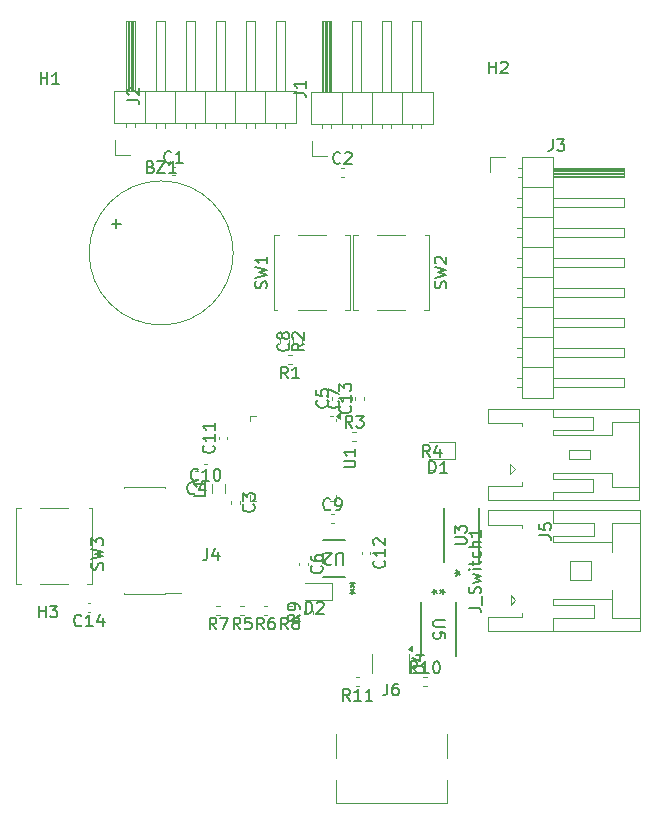
<source format=gbr>
%TF.GenerationSoftware,KiCad,Pcbnew,9.0.0*%
%TF.CreationDate,2025-03-20T21:32:39+01:00*%
%TF.ProjectId,PCB_Module_Payement,5043425f-4d6f-4647-956c-655f50617965,rev?*%
%TF.SameCoordinates,Original*%
%TF.FileFunction,Legend,Top*%
%TF.FilePolarity,Positive*%
%FSLAX46Y46*%
G04 Gerber Fmt 4.6, Leading zero omitted, Abs format (unit mm)*
G04 Created by KiCad (PCBNEW 9.0.0) date 2025-03-20 21:32:39*
%MOMM*%
%LPD*%
G01*
G04 APERTURE LIST*
%ADD10C,0.150000*%
%ADD11C,0.120000*%
%ADD12C,0.152400*%
G04 APERTURE END LIST*
D10*
X180854819Y-110633333D02*
X181569104Y-110633333D01*
X181569104Y-110633333D02*
X181711961Y-110680952D01*
X181711961Y-110680952D02*
X181807200Y-110776190D01*
X181807200Y-110776190D02*
X181854819Y-110919047D01*
X181854819Y-110919047D02*
X181854819Y-111014285D01*
X180854819Y-109680952D02*
X180854819Y-110157142D01*
X180854819Y-110157142D02*
X181331009Y-110204761D01*
X181331009Y-110204761D02*
X181283390Y-110157142D01*
X181283390Y-110157142D02*
X181235771Y-110061904D01*
X181235771Y-110061904D02*
X181235771Y-109823809D01*
X181235771Y-109823809D02*
X181283390Y-109728571D01*
X181283390Y-109728571D02*
X181331009Y-109680952D01*
X181331009Y-109680952D02*
X181426247Y-109633333D01*
X181426247Y-109633333D02*
X181664342Y-109633333D01*
X181664342Y-109633333D02*
X181759580Y-109680952D01*
X181759580Y-109680952D02*
X181807200Y-109728571D01*
X181807200Y-109728571D02*
X181854819Y-109823809D01*
X181854819Y-109823809D02*
X181854819Y-110061904D01*
X181854819Y-110061904D02*
X181807200Y-110157142D01*
X181807200Y-110157142D02*
X181759580Y-110204761D01*
X159573333Y-97374819D02*
X159240000Y-96898628D01*
X159001905Y-97374819D02*
X159001905Y-96374819D01*
X159001905Y-96374819D02*
X159382857Y-96374819D01*
X159382857Y-96374819D02*
X159478095Y-96422438D01*
X159478095Y-96422438D02*
X159525714Y-96470057D01*
X159525714Y-96470057D02*
X159573333Y-96565295D01*
X159573333Y-96565295D02*
X159573333Y-96708152D01*
X159573333Y-96708152D02*
X159525714Y-96803390D01*
X159525714Y-96803390D02*
X159478095Y-96851009D01*
X159478095Y-96851009D02*
X159382857Y-96898628D01*
X159382857Y-96898628D02*
X159001905Y-96898628D01*
X160525714Y-97374819D02*
X159954286Y-97374819D01*
X160240000Y-97374819D02*
X160240000Y-96374819D01*
X160240000Y-96374819D02*
X160144762Y-96517676D01*
X160144762Y-96517676D02*
X160049524Y-96612914D01*
X160049524Y-96612914D02*
X159954286Y-96660533D01*
X143897200Y-113553332D02*
X143944819Y-113410475D01*
X143944819Y-113410475D02*
X143944819Y-113172380D01*
X143944819Y-113172380D02*
X143897200Y-113077142D01*
X143897200Y-113077142D02*
X143849580Y-113029523D01*
X143849580Y-113029523D02*
X143754342Y-112981904D01*
X143754342Y-112981904D02*
X143659104Y-112981904D01*
X143659104Y-112981904D02*
X143563866Y-113029523D01*
X143563866Y-113029523D02*
X143516247Y-113077142D01*
X143516247Y-113077142D02*
X143468628Y-113172380D01*
X143468628Y-113172380D02*
X143421009Y-113362856D01*
X143421009Y-113362856D02*
X143373390Y-113458094D01*
X143373390Y-113458094D02*
X143325771Y-113505713D01*
X143325771Y-113505713D02*
X143230533Y-113553332D01*
X143230533Y-113553332D02*
X143135295Y-113553332D01*
X143135295Y-113553332D02*
X143040057Y-113505713D01*
X143040057Y-113505713D02*
X142992438Y-113458094D01*
X142992438Y-113458094D02*
X142944819Y-113362856D01*
X142944819Y-113362856D02*
X142944819Y-113124761D01*
X142944819Y-113124761D02*
X142992438Y-112981904D01*
X142944819Y-112648570D02*
X143944819Y-112410475D01*
X143944819Y-112410475D02*
X143230533Y-112219999D01*
X143230533Y-112219999D02*
X143944819Y-112029523D01*
X143944819Y-112029523D02*
X142944819Y-111791428D01*
X142944819Y-111505713D02*
X142944819Y-110886666D01*
X142944819Y-110886666D02*
X143325771Y-111219999D01*
X143325771Y-111219999D02*
X143325771Y-111077142D01*
X143325771Y-111077142D02*
X143373390Y-110981904D01*
X143373390Y-110981904D02*
X143421009Y-110934285D01*
X143421009Y-110934285D02*
X143516247Y-110886666D01*
X143516247Y-110886666D02*
X143754342Y-110886666D01*
X143754342Y-110886666D02*
X143849580Y-110934285D01*
X143849580Y-110934285D02*
X143897200Y-110981904D01*
X143897200Y-110981904D02*
X143944819Y-111077142D01*
X143944819Y-111077142D02*
X143944819Y-111362856D01*
X143944819Y-111362856D02*
X143897200Y-111458094D01*
X143897200Y-111458094D02*
X143849580Y-111505713D01*
X157533333Y-118624819D02*
X157200000Y-118148628D01*
X156961905Y-118624819D02*
X156961905Y-117624819D01*
X156961905Y-117624819D02*
X157342857Y-117624819D01*
X157342857Y-117624819D02*
X157438095Y-117672438D01*
X157438095Y-117672438D02*
X157485714Y-117720057D01*
X157485714Y-117720057D02*
X157533333Y-117815295D01*
X157533333Y-117815295D02*
X157533333Y-117958152D01*
X157533333Y-117958152D02*
X157485714Y-118053390D01*
X157485714Y-118053390D02*
X157438095Y-118101009D01*
X157438095Y-118101009D02*
X157342857Y-118148628D01*
X157342857Y-118148628D02*
X156961905Y-118148628D01*
X158390476Y-117624819D02*
X158200000Y-117624819D01*
X158200000Y-117624819D02*
X158104762Y-117672438D01*
X158104762Y-117672438D02*
X158057143Y-117720057D01*
X158057143Y-117720057D02*
X157961905Y-117862914D01*
X157961905Y-117862914D02*
X157914286Y-118053390D01*
X157914286Y-118053390D02*
X157914286Y-118434342D01*
X157914286Y-118434342D02*
X157961905Y-118529580D01*
X157961905Y-118529580D02*
X158009524Y-118577200D01*
X158009524Y-118577200D02*
X158104762Y-118624819D01*
X158104762Y-118624819D02*
X158295238Y-118624819D01*
X158295238Y-118624819D02*
X158390476Y-118577200D01*
X158390476Y-118577200D02*
X158438095Y-118529580D01*
X158438095Y-118529580D02*
X158485714Y-118434342D01*
X158485714Y-118434342D02*
X158485714Y-118196247D01*
X158485714Y-118196247D02*
X158438095Y-118101009D01*
X158438095Y-118101009D02*
X158390476Y-118053390D01*
X158390476Y-118053390D02*
X158295238Y-118005771D01*
X158295238Y-118005771D02*
X158104762Y-118005771D01*
X158104762Y-118005771D02*
X158009524Y-118053390D01*
X158009524Y-118053390D02*
X157961905Y-118101009D01*
X157961905Y-118101009D02*
X157914286Y-118196247D01*
X157767200Y-89733332D02*
X157814819Y-89590475D01*
X157814819Y-89590475D02*
X157814819Y-89352380D01*
X157814819Y-89352380D02*
X157767200Y-89257142D01*
X157767200Y-89257142D02*
X157719580Y-89209523D01*
X157719580Y-89209523D02*
X157624342Y-89161904D01*
X157624342Y-89161904D02*
X157529104Y-89161904D01*
X157529104Y-89161904D02*
X157433866Y-89209523D01*
X157433866Y-89209523D02*
X157386247Y-89257142D01*
X157386247Y-89257142D02*
X157338628Y-89352380D01*
X157338628Y-89352380D02*
X157291009Y-89542856D01*
X157291009Y-89542856D02*
X157243390Y-89638094D01*
X157243390Y-89638094D02*
X157195771Y-89685713D01*
X157195771Y-89685713D02*
X157100533Y-89733332D01*
X157100533Y-89733332D02*
X157005295Y-89733332D01*
X157005295Y-89733332D02*
X156910057Y-89685713D01*
X156910057Y-89685713D02*
X156862438Y-89638094D01*
X156862438Y-89638094D02*
X156814819Y-89542856D01*
X156814819Y-89542856D02*
X156814819Y-89304761D01*
X156814819Y-89304761D02*
X156862438Y-89161904D01*
X156814819Y-88828570D02*
X157814819Y-88590475D01*
X157814819Y-88590475D02*
X157100533Y-88399999D01*
X157100533Y-88399999D02*
X157814819Y-88209523D01*
X157814819Y-88209523D02*
X156814819Y-87971428D01*
X157814819Y-87066666D02*
X157814819Y-87638094D01*
X157814819Y-87352380D02*
X156814819Y-87352380D01*
X156814819Y-87352380D02*
X156957676Y-87447618D01*
X156957676Y-87447618D02*
X157052914Y-87542856D01*
X157052914Y-87542856D02*
X157100533Y-87638094D01*
X156669580Y-108046666D02*
X156717200Y-108094285D01*
X156717200Y-108094285D02*
X156764819Y-108237142D01*
X156764819Y-108237142D02*
X156764819Y-108332380D01*
X156764819Y-108332380D02*
X156717200Y-108475237D01*
X156717200Y-108475237D02*
X156621961Y-108570475D01*
X156621961Y-108570475D02*
X156526723Y-108618094D01*
X156526723Y-108618094D02*
X156336247Y-108665713D01*
X156336247Y-108665713D02*
X156193390Y-108665713D01*
X156193390Y-108665713D02*
X156002914Y-108618094D01*
X156002914Y-108618094D02*
X155907676Y-108570475D01*
X155907676Y-108570475D02*
X155812438Y-108475237D01*
X155812438Y-108475237D02*
X155764819Y-108332380D01*
X155764819Y-108332380D02*
X155764819Y-108237142D01*
X155764819Y-108237142D02*
X155812438Y-108094285D01*
X155812438Y-108094285D02*
X155860057Y-108046666D01*
X155764819Y-107713332D02*
X155764819Y-107094285D01*
X155764819Y-107094285D02*
X156145771Y-107427618D01*
X156145771Y-107427618D02*
X156145771Y-107284761D01*
X156145771Y-107284761D02*
X156193390Y-107189523D01*
X156193390Y-107189523D02*
X156241009Y-107141904D01*
X156241009Y-107141904D02*
X156336247Y-107094285D01*
X156336247Y-107094285D02*
X156574342Y-107094285D01*
X156574342Y-107094285D02*
X156669580Y-107141904D01*
X156669580Y-107141904D02*
X156717200Y-107189523D01*
X156717200Y-107189523D02*
X156764819Y-107284761D01*
X156764819Y-107284761D02*
X156764819Y-107570475D01*
X156764819Y-107570475D02*
X156717200Y-107665713D01*
X156717200Y-107665713D02*
X156669580Y-107713332D01*
X161074405Y-117284819D02*
X161074405Y-116284819D01*
X161074405Y-116284819D02*
X161312500Y-116284819D01*
X161312500Y-116284819D02*
X161455357Y-116332438D01*
X161455357Y-116332438D02*
X161550595Y-116427676D01*
X161550595Y-116427676D02*
X161598214Y-116522914D01*
X161598214Y-116522914D02*
X161645833Y-116713390D01*
X161645833Y-116713390D02*
X161645833Y-116856247D01*
X161645833Y-116856247D02*
X161598214Y-117046723D01*
X161598214Y-117046723D02*
X161550595Y-117141961D01*
X161550595Y-117141961D02*
X161455357Y-117237200D01*
X161455357Y-117237200D02*
X161312500Y-117284819D01*
X161312500Y-117284819D02*
X161074405Y-117284819D01*
X162026786Y-116380057D02*
X162074405Y-116332438D01*
X162074405Y-116332438D02*
X162169643Y-116284819D01*
X162169643Y-116284819D02*
X162407738Y-116284819D01*
X162407738Y-116284819D02*
X162502976Y-116332438D01*
X162502976Y-116332438D02*
X162550595Y-116380057D01*
X162550595Y-116380057D02*
X162598214Y-116475295D01*
X162598214Y-116475295D02*
X162598214Y-116570533D01*
X162598214Y-116570533D02*
X162550595Y-116713390D01*
X162550595Y-116713390D02*
X161979167Y-117284819D01*
X161979167Y-117284819D02*
X162598214Y-117284819D01*
X171549405Y-105384819D02*
X171549405Y-104384819D01*
X171549405Y-104384819D02*
X171787500Y-104384819D01*
X171787500Y-104384819D02*
X171930357Y-104432438D01*
X171930357Y-104432438D02*
X172025595Y-104527676D01*
X172025595Y-104527676D02*
X172073214Y-104622914D01*
X172073214Y-104622914D02*
X172120833Y-104813390D01*
X172120833Y-104813390D02*
X172120833Y-104956247D01*
X172120833Y-104956247D02*
X172073214Y-105146723D01*
X172073214Y-105146723D02*
X172025595Y-105241961D01*
X172025595Y-105241961D02*
X171930357Y-105337200D01*
X171930357Y-105337200D02*
X171787500Y-105384819D01*
X171787500Y-105384819D02*
X171549405Y-105384819D01*
X173073214Y-105384819D02*
X172501786Y-105384819D01*
X172787500Y-105384819D02*
X172787500Y-104384819D01*
X172787500Y-104384819D02*
X172692262Y-104527676D01*
X172692262Y-104527676D02*
X172597024Y-104622914D01*
X172597024Y-104622914D02*
X172501786Y-104670533D01*
X162899580Y-99216666D02*
X162947200Y-99264285D01*
X162947200Y-99264285D02*
X162994819Y-99407142D01*
X162994819Y-99407142D02*
X162994819Y-99502380D01*
X162994819Y-99502380D02*
X162947200Y-99645237D01*
X162947200Y-99645237D02*
X162851961Y-99740475D01*
X162851961Y-99740475D02*
X162756723Y-99788094D01*
X162756723Y-99788094D02*
X162566247Y-99835713D01*
X162566247Y-99835713D02*
X162423390Y-99835713D01*
X162423390Y-99835713D02*
X162232914Y-99788094D01*
X162232914Y-99788094D02*
X162137676Y-99740475D01*
X162137676Y-99740475D02*
X162042438Y-99645237D01*
X162042438Y-99645237D02*
X161994819Y-99502380D01*
X161994819Y-99502380D02*
X161994819Y-99407142D01*
X161994819Y-99407142D02*
X162042438Y-99264285D01*
X162042438Y-99264285D02*
X162090057Y-99216666D01*
X161994819Y-98311904D02*
X161994819Y-98788094D01*
X161994819Y-98788094D02*
X162471009Y-98835713D01*
X162471009Y-98835713D02*
X162423390Y-98788094D01*
X162423390Y-98788094D02*
X162375771Y-98692856D01*
X162375771Y-98692856D02*
X162375771Y-98454761D01*
X162375771Y-98454761D02*
X162423390Y-98359523D01*
X162423390Y-98359523D02*
X162471009Y-98311904D01*
X162471009Y-98311904D02*
X162566247Y-98264285D01*
X162566247Y-98264285D02*
X162804342Y-98264285D01*
X162804342Y-98264285D02*
X162899580Y-98311904D01*
X162899580Y-98311904D02*
X162947200Y-98359523D01*
X162947200Y-98359523D02*
X162994819Y-98454761D01*
X162994819Y-98454761D02*
X162994819Y-98692856D01*
X162994819Y-98692856D02*
X162947200Y-98788094D01*
X162947200Y-98788094D02*
X162899580Y-98835713D01*
X162419580Y-113236666D02*
X162467200Y-113284285D01*
X162467200Y-113284285D02*
X162514819Y-113427142D01*
X162514819Y-113427142D02*
X162514819Y-113522380D01*
X162514819Y-113522380D02*
X162467200Y-113665237D01*
X162467200Y-113665237D02*
X162371961Y-113760475D01*
X162371961Y-113760475D02*
X162276723Y-113808094D01*
X162276723Y-113808094D02*
X162086247Y-113855713D01*
X162086247Y-113855713D02*
X161943390Y-113855713D01*
X161943390Y-113855713D02*
X161752914Y-113808094D01*
X161752914Y-113808094D02*
X161657676Y-113760475D01*
X161657676Y-113760475D02*
X161562438Y-113665237D01*
X161562438Y-113665237D02*
X161514819Y-113522380D01*
X161514819Y-113522380D02*
X161514819Y-113427142D01*
X161514819Y-113427142D02*
X161562438Y-113284285D01*
X161562438Y-113284285D02*
X161610057Y-113236666D01*
X161514819Y-112379523D02*
X161514819Y-112569999D01*
X161514819Y-112569999D02*
X161562438Y-112665237D01*
X161562438Y-112665237D02*
X161610057Y-112712856D01*
X161610057Y-112712856D02*
X161752914Y-112808094D01*
X161752914Y-112808094D02*
X161943390Y-112855713D01*
X161943390Y-112855713D02*
X162324342Y-112855713D01*
X162324342Y-112855713D02*
X162419580Y-112808094D01*
X162419580Y-112808094D02*
X162467200Y-112760475D01*
X162467200Y-112760475D02*
X162514819Y-112665237D01*
X162514819Y-112665237D02*
X162514819Y-112474761D01*
X162514819Y-112474761D02*
X162467200Y-112379523D01*
X162467200Y-112379523D02*
X162419580Y-112331904D01*
X162419580Y-112331904D02*
X162324342Y-112284285D01*
X162324342Y-112284285D02*
X162086247Y-112284285D01*
X162086247Y-112284285D02*
X161991009Y-112331904D01*
X161991009Y-112331904D02*
X161943390Y-112379523D01*
X161943390Y-112379523D02*
X161895771Y-112474761D01*
X161895771Y-112474761D02*
X161895771Y-112665237D01*
X161895771Y-112665237D02*
X161943390Y-112760475D01*
X161943390Y-112760475D02*
X161991009Y-112808094D01*
X161991009Y-112808094D02*
X162086247Y-112855713D01*
X149713333Y-79024580D02*
X149665714Y-79072200D01*
X149665714Y-79072200D02*
X149522857Y-79119819D01*
X149522857Y-79119819D02*
X149427619Y-79119819D01*
X149427619Y-79119819D02*
X149284762Y-79072200D01*
X149284762Y-79072200D02*
X149189524Y-78976961D01*
X149189524Y-78976961D02*
X149141905Y-78881723D01*
X149141905Y-78881723D02*
X149094286Y-78691247D01*
X149094286Y-78691247D02*
X149094286Y-78548390D01*
X149094286Y-78548390D02*
X149141905Y-78357914D01*
X149141905Y-78357914D02*
X149189524Y-78262676D01*
X149189524Y-78262676D02*
X149284762Y-78167438D01*
X149284762Y-78167438D02*
X149427619Y-78119819D01*
X149427619Y-78119819D02*
X149522857Y-78119819D01*
X149522857Y-78119819D02*
X149665714Y-78167438D01*
X149665714Y-78167438D02*
X149713333Y-78215057D01*
X150665714Y-79119819D02*
X150094286Y-79119819D01*
X150380000Y-79119819D02*
X150380000Y-78119819D01*
X150380000Y-78119819D02*
X150284762Y-78262676D01*
X150284762Y-78262676D02*
X150189524Y-78357914D01*
X150189524Y-78357914D02*
X150094286Y-78405533D01*
X167986666Y-123204819D02*
X167986666Y-123919104D01*
X167986666Y-123919104D02*
X167939047Y-124061961D01*
X167939047Y-124061961D02*
X167843809Y-124157200D01*
X167843809Y-124157200D02*
X167700952Y-124204819D01*
X167700952Y-124204819D02*
X167605714Y-124204819D01*
X168891428Y-123204819D02*
X168700952Y-123204819D01*
X168700952Y-123204819D02*
X168605714Y-123252438D01*
X168605714Y-123252438D02*
X168558095Y-123300057D01*
X168558095Y-123300057D02*
X168462857Y-123442914D01*
X168462857Y-123442914D02*
X168415238Y-123633390D01*
X168415238Y-123633390D02*
X168415238Y-124014342D01*
X168415238Y-124014342D02*
X168462857Y-124109580D01*
X168462857Y-124109580D02*
X168510476Y-124157200D01*
X168510476Y-124157200D02*
X168605714Y-124204819D01*
X168605714Y-124204819D02*
X168796190Y-124204819D01*
X168796190Y-124204819D02*
X168891428Y-124157200D01*
X168891428Y-124157200D02*
X168939047Y-124109580D01*
X168939047Y-124109580D02*
X168986666Y-124014342D01*
X168986666Y-124014342D02*
X168986666Y-123776247D01*
X168986666Y-123776247D02*
X168939047Y-123681009D01*
X168939047Y-123681009D02*
X168891428Y-123633390D01*
X168891428Y-123633390D02*
X168796190Y-123585771D01*
X168796190Y-123585771D02*
X168605714Y-123585771D01*
X168605714Y-123585771D02*
X168510476Y-123633390D01*
X168510476Y-123633390D02*
X168462857Y-123681009D01*
X168462857Y-123681009D02*
X168415238Y-123776247D01*
X152766666Y-111759819D02*
X152766666Y-112474104D01*
X152766666Y-112474104D02*
X152719047Y-112616961D01*
X152719047Y-112616961D02*
X152623809Y-112712200D01*
X152623809Y-112712200D02*
X152480952Y-112759819D01*
X152480952Y-112759819D02*
X152385714Y-112759819D01*
X153671428Y-112093152D02*
X153671428Y-112759819D01*
X153433333Y-111712200D02*
X153195238Y-112426485D01*
X153195238Y-112426485D02*
X153814285Y-112426485D01*
X163849580Y-99246666D02*
X163897200Y-99294285D01*
X163897200Y-99294285D02*
X163944819Y-99437142D01*
X163944819Y-99437142D02*
X163944819Y-99532380D01*
X163944819Y-99532380D02*
X163897200Y-99675237D01*
X163897200Y-99675237D02*
X163801961Y-99770475D01*
X163801961Y-99770475D02*
X163706723Y-99818094D01*
X163706723Y-99818094D02*
X163516247Y-99865713D01*
X163516247Y-99865713D02*
X163373390Y-99865713D01*
X163373390Y-99865713D02*
X163182914Y-99818094D01*
X163182914Y-99818094D02*
X163087676Y-99770475D01*
X163087676Y-99770475D02*
X162992438Y-99675237D01*
X162992438Y-99675237D02*
X162944819Y-99532380D01*
X162944819Y-99532380D02*
X162944819Y-99437142D01*
X162944819Y-99437142D02*
X162992438Y-99294285D01*
X162992438Y-99294285D02*
X163040057Y-99246666D01*
X162944819Y-98913332D02*
X162944819Y-98246666D01*
X162944819Y-98246666D02*
X163944819Y-98675237D01*
X159599580Y-94416666D02*
X159647200Y-94464285D01*
X159647200Y-94464285D02*
X159694819Y-94607142D01*
X159694819Y-94607142D02*
X159694819Y-94702380D01*
X159694819Y-94702380D02*
X159647200Y-94845237D01*
X159647200Y-94845237D02*
X159551961Y-94940475D01*
X159551961Y-94940475D02*
X159456723Y-94988094D01*
X159456723Y-94988094D02*
X159266247Y-95035713D01*
X159266247Y-95035713D02*
X159123390Y-95035713D01*
X159123390Y-95035713D02*
X158932914Y-94988094D01*
X158932914Y-94988094D02*
X158837676Y-94940475D01*
X158837676Y-94940475D02*
X158742438Y-94845237D01*
X158742438Y-94845237D02*
X158694819Y-94702380D01*
X158694819Y-94702380D02*
X158694819Y-94607142D01*
X158694819Y-94607142D02*
X158742438Y-94464285D01*
X158742438Y-94464285D02*
X158790057Y-94416666D01*
X159123390Y-93845237D02*
X159075771Y-93940475D01*
X159075771Y-93940475D02*
X159028152Y-93988094D01*
X159028152Y-93988094D02*
X158932914Y-94035713D01*
X158932914Y-94035713D02*
X158885295Y-94035713D01*
X158885295Y-94035713D02*
X158790057Y-93988094D01*
X158790057Y-93988094D02*
X158742438Y-93940475D01*
X158742438Y-93940475D02*
X158694819Y-93845237D01*
X158694819Y-93845237D02*
X158694819Y-93654761D01*
X158694819Y-93654761D02*
X158742438Y-93559523D01*
X158742438Y-93559523D02*
X158790057Y-93511904D01*
X158790057Y-93511904D02*
X158885295Y-93464285D01*
X158885295Y-93464285D02*
X158932914Y-93464285D01*
X158932914Y-93464285D02*
X159028152Y-93511904D01*
X159028152Y-93511904D02*
X159075771Y-93559523D01*
X159075771Y-93559523D02*
X159123390Y-93654761D01*
X159123390Y-93654761D02*
X159123390Y-93845237D01*
X159123390Y-93845237D02*
X159171009Y-93940475D01*
X159171009Y-93940475D02*
X159218628Y-93988094D01*
X159218628Y-93988094D02*
X159313866Y-94035713D01*
X159313866Y-94035713D02*
X159504342Y-94035713D01*
X159504342Y-94035713D02*
X159599580Y-93988094D01*
X159599580Y-93988094D02*
X159647200Y-93940475D01*
X159647200Y-93940475D02*
X159694819Y-93845237D01*
X159694819Y-93845237D02*
X159694819Y-93654761D01*
X159694819Y-93654761D02*
X159647200Y-93559523D01*
X159647200Y-93559523D02*
X159599580Y-93511904D01*
X159599580Y-93511904D02*
X159504342Y-93464285D01*
X159504342Y-93464285D02*
X159313866Y-93464285D01*
X159313866Y-93464285D02*
X159218628Y-93511904D01*
X159218628Y-93511904D02*
X159171009Y-93559523D01*
X159171009Y-93559523D02*
X159123390Y-93654761D01*
X165033333Y-101534819D02*
X164700000Y-101058628D01*
X164461905Y-101534819D02*
X164461905Y-100534819D01*
X164461905Y-100534819D02*
X164842857Y-100534819D01*
X164842857Y-100534819D02*
X164938095Y-100582438D01*
X164938095Y-100582438D02*
X164985714Y-100630057D01*
X164985714Y-100630057D02*
X165033333Y-100725295D01*
X165033333Y-100725295D02*
X165033333Y-100868152D01*
X165033333Y-100868152D02*
X164985714Y-100963390D01*
X164985714Y-100963390D02*
X164938095Y-101011009D01*
X164938095Y-101011009D02*
X164842857Y-101058628D01*
X164842857Y-101058628D02*
X164461905Y-101058628D01*
X165366667Y-100534819D02*
X165985714Y-100534819D01*
X165985714Y-100534819D02*
X165652381Y-100915771D01*
X165652381Y-100915771D02*
X165795238Y-100915771D01*
X165795238Y-100915771D02*
X165890476Y-100963390D01*
X165890476Y-100963390D02*
X165938095Y-101011009D01*
X165938095Y-101011009D02*
X165985714Y-101106247D01*
X165985714Y-101106247D02*
X165985714Y-101344342D01*
X165985714Y-101344342D02*
X165938095Y-101439580D01*
X165938095Y-101439580D02*
X165890476Y-101487200D01*
X165890476Y-101487200D02*
X165795238Y-101534819D01*
X165795238Y-101534819D02*
X165509524Y-101534819D01*
X165509524Y-101534819D02*
X165414286Y-101487200D01*
X165414286Y-101487200D02*
X165366667Y-101439580D01*
X181996666Y-77109819D02*
X181996666Y-77824104D01*
X181996666Y-77824104D02*
X181949047Y-77966961D01*
X181949047Y-77966961D02*
X181853809Y-78062200D01*
X181853809Y-78062200D02*
X181710952Y-78109819D01*
X181710952Y-78109819D02*
X181615714Y-78109819D01*
X182377619Y-77109819D02*
X182996666Y-77109819D01*
X182996666Y-77109819D02*
X182663333Y-77490771D01*
X182663333Y-77490771D02*
X182806190Y-77490771D01*
X182806190Y-77490771D02*
X182901428Y-77538390D01*
X182901428Y-77538390D02*
X182949047Y-77586009D01*
X182949047Y-77586009D02*
X182996666Y-77681247D01*
X182996666Y-77681247D02*
X182996666Y-77919342D01*
X182996666Y-77919342D02*
X182949047Y-78014580D01*
X182949047Y-78014580D02*
X182901428Y-78062200D01*
X182901428Y-78062200D02*
X182806190Y-78109819D01*
X182806190Y-78109819D02*
X182520476Y-78109819D01*
X182520476Y-78109819D02*
X182425238Y-78062200D01*
X182425238Y-78062200D02*
X182377619Y-78014580D01*
X160584819Y-117366666D02*
X160108628Y-117699999D01*
X160584819Y-117938094D02*
X159584819Y-117938094D01*
X159584819Y-117938094D02*
X159584819Y-117557142D01*
X159584819Y-117557142D02*
X159632438Y-117461904D01*
X159632438Y-117461904D02*
X159680057Y-117414285D01*
X159680057Y-117414285D02*
X159775295Y-117366666D01*
X159775295Y-117366666D02*
X159918152Y-117366666D01*
X159918152Y-117366666D02*
X160013390Y-117414285D01*
X160013390Y-117414285D02*
X160061009Y-117461904D01*
X160061009Y-117461904D02*
X160108628Y-117557142D01*
X160108628Y-117557142D02*
X160108628Y-117938094D01*
X160584819Y-116890475D02*
X160584819Y-116699999D01*
X160584819Y-116699999D02*
X160537200Y-116604761D01*
X160537200Y-116604761D02*
X160489580Y-116557142D01*
X160489580Y-116557142D02*
X160346723Y-116461904D01*
X160346723Y-116461904D02*
X160156247Y-116414285D01*
X160156247Y-116414285D02*
X159775295Y-116414285D01*
X159775295Y-116414285D02*
X159680057Y-116461904D01*
X159680057Y-116461904D02*
X159632438Y-116509523D01*
X159632438Y-116509523D02*
X159584819Y-116604761D01*
X159584819Y-116604761D02*
X159584819Y-116795237D01*
X159584819Y-116795237D02*
X159632438Y-116890475D01*
X159632438Y-116890475D02*
X159680057Y-116938094D01*
X159680057Y-116938094D02*
X159775295Y-116985713D01*
X159775295Y-116985713D02*
X160013390Y-116985713D01*
X160013390Y-116985713D02*
X160108628Y-116938094D01*
X160108628Y-116938094D02*
X160156247Y-116890475D01*
X160156247Y-116890475D02*
X160203866Y-116795237D01*
X160203866Y-116795237D02*
X160203866Y-116604761D01*
X160203866Y-116604761D02*
X160156247Y-116509523D01*
X160156247Y-116509523D02*
X160108628Y-116461904D01*
X160108628Y-116461904D02*
X160013390Y-116414285D01*
X159583333Y-118624819D02*
X159250000Y-118148628D01*
X159011905Y-118624819D02*
X159011905Y-117624819D01*
X159011905Y-117624819D02*
X159392857Y-117624819D01*
X159392857Y-117624819D02*
X159488095Y-117672438D01*
X159488095Y-117672438D02*
X159535714Y-117720057D01*
X159535714Y-117720057D02*
X159583333Y-117815295D01*
X159583333Y-117815295D02*
X159583333Y-117958152D01*
X159583333Y-117958152D02*
X159535714Y-118053390D01*
X159535714Y-118053390D02*
X159488095Y-118101009D01*
X159488095Y-118101009D02*
X159392857Y-118148628D01*
X159392857Y-118148628D02*
X159011905Y-118148628D01*
X160154762Y-118053390D02*
X160059524Y-118005771D01*
X160059524Y-118005771D02*
X160011905Y-117958152D01*
X160011905Y-117958152D02*
X159964286Y-117862914D01*
X159964286Y-117862914D02*
X159964286Y-117815295D01*
X159964286Y-117815295D02*
X160011905Y-117720057D01*
X160011905Y-117720057D02*
X160059524Y-117672438D01*
X160059524Y-117672438D02*
X160154762Y-117624819D01*
X160154762Y-117624819D02*
X160345238Y-117624819D01*
X160345238Y-117624819D02*
X160440476Y-117672438D01*
X160440476Y-117672438D02*
X160488095Y-117720057D01*
X160488095Y-117720057D02*
X160535714Y-117815295D01*
X160535714Y-117815295D02*
X160535714Y-117862914D01*
X160535714Y-117862914D02*
X160488095Y-117958152D01*
X160488095Y-117958152D02*
X160440476Y-118005771D01*
X160440476Y-118005771D02*
X160345238Y-118053390D01*
X160345238Y-118053390D02*
X160154762Y-118053390D01*
X160154762Y-118053390D02*
X160059524Y-118101009D01*
X160059524Y-118101009D02*
X160011905Y-118148628D01*
X160011905Y-118148628D02*
X159964286Y-118243866D01*
X159964286Y-118243866D02*
X159964286Y-118434342D01*
X159964286Y-118434342D02*
X160011905Y-118529580D01*
X160011905Y-118529580D02*
X160059524Y-118577200D01*
X160059524Y-118577200D02*
X160154762Y-118624819D01*
X160154762Y-118624819D02*
X160345238Y-118624819D01*
X160345238Y-118624819D02*
X160440476Y-118577200D01*
X160440476Y-118577200D02*
X160488095Y-118529580D01*
X160488095Y-118529580D02*
X160535714Y-118434342D01*
X160535714Y-118434342D02*
X160535714Y-118243866D01*
X160535714Y-118243866D02*
X160488095Y-118148628D01*
X160488095Y-118148628D02*
X160440476Y-118101009D01*
X160440476Y-118101009D02*
X160345238Y-118053390D01*
X147969047Y-79481009D02*
X148111904Y-79528628D01*
X148111904Y-79528628D02*
X148159523Y-79576247D01*
X148159523Y-79576247D02*
X148207142Y-79671485D01*
X148207142Y-79671485D02*
X148207142Y-79814342D01*
X148207142Y-79814342D02*
X148159523Y-79909580D01*
X148159523Y-79909580D02*
X148111904Y-79957200D01*
X148111904Y-79957200D02*
X148016666Y-80004819D01*
X148016666Y-80004819D02*
X147635714Y-80004819D01*
X147635714Y-80004819D02*
X147635714Y-79004819D01*
X147635714Y-79004819D02*
X147969047Y-79004819D01*
X147969047Y-79004819D02*
X148064285Y-79052438D01*
X148064285Y-79052438D02*
X148111904Y-79100057D01*
X148111904Y-79100057D02*
X148159523Y-79195295D01*
X148159523Y-79195295D02*
X148159523Y-79290533D01*
X148159523Y-79290533D02*
X148111904Y-79385771D01*
X148111904Y-79385771D02*
X148064285Y-79433390D01*
X148064285Y-79433390D02*
X147969047Y-79481009D01*
X147969047Y-79481009D02*
X147635714Y-79481009D01*
X148540476Y-79004819D02*
X149207142Y-79004819D01*
X149207142Y-79004819D02*
X148540476Y-80004819D01*
X148540476Y-80004819D02*
X149207142Y-80004819D01*
X150111904Y-80004819D02*
X149540476Y-80004819D01*
X149826190Y-80004819D02*
X149826190Y-79004819D01*
X149826190Y-79004819D02*
X149730952Y-79147676D01*
X149730952Y-79147676D02*
X149635714Y-79242914D01*
X149635714Y-79242914D02*
X149540476Y-79290533D01*
X144659048Y-84283866D02*
X145420953Y-84283866D01*
X145040000Y-84664819D02*
X145040000Y-83902914D01*
X160074819Y-73198333D02*
X160789104Y-73198333D01*
X160789104Y-73198333D02*
X160931961Y-73245952D01*
X160931961Y-73245952D02*
X161027200Y-73341190D01*
X161027200Y-73341190D02*
X161074819Y-73484047D01*
X161074819Y-73484047D02*
X161074819Y-73579285D01*
X161074819Y-72198333D02*
X161074819Y-72769761D01*
X161074819Y-72484047D02*
X160074819Y-72484047D01*
X160074819Y-72484047D02*
X160217676Y-72579285D01*
X160217676Y-72579285D02*
X160312914Y-72674523D01*
X160312914Y-72674523D02*
X160360533Y-72769761D01*
X142107142Y-118269580D02*
X142059523Y-118317200D01*
X142059523Y-118317200D02*
X141916666Y-118364819D01*
X141916666Y-118364819D02*
X141821428Y-118364819D01*
X141821428Y-118364819D02*
X141678571Y-118317200D01*
X141678571Y-118317200D02*
X141583333Y-118221961D01*
X141583333Y-118221961D02*
X141535714Y-118126723D01*
X141535714Y-118126723D02*
X141488095Y-117936247D01*
X141488095Y-117936247D02*
X141488095Y-117793390D01*
X141488095Y-117793390D02*
X141535714Y-117602914D01*
X141535714Y-117602914D02*
X141583333Y-117507676D01*
X141583333Y-117507676D02*
X141678571Y-117412438D01*
X141678571Y-117412438D02*
X141821428Y-117364819D01*
X141821428Y-117364819D02*
X141916666Y-117364819D01*
X141916666Y-117364819D02*
X142059523Y-117412438D01*
X142059523Y-117412438D02*
X142107142Y-117460057D01*
X143059523Y-118364819D02*
X142488095Y-118364819D01*
X142773809Y-118364819D02*
X142773809Y-117364819D01*
X142773809Y-117364819D02*
X142678571Y-117507676D01*
X142678571Y-117507676D02*
X142583333Y-117602914D01*
X142583333Y-117602914D02*
X142488095Y-117650533D01*
X143916666Y-117698152D02*
X143916666Y-118364819D01*
X143678571Y-117317200D02*
X143440476Y-118031485D01*
X143440476Y-118031485D02*
X144059523Y-118031485D01*
X171593333Y-104034819D02*
X171260000Y-103558628D01*
X171021905Y-104034819D02*
X171021905Y-103034819D01*
X171021905Y-103034819D02*
X171402857Y-103034819D01*
X171402857Y-103034819D02*
X171498095Y-103082438D01*
X171498095Y-103082438D02*
X171545714Y-103130057D01*
X171545714Y-103130057D02*
X171593333Y-103225295D01*
X171593333Y-103225295D02*
X171593333Y-103368152D01*
X171593333Y-103368152D02*
X171545714Y-103463390D01*
X171545714Y-103463390D02*
X171498095Y-103511009D01*
X171498095Y-103511009D02*
X171402857Y-103558628D01*
X171402857Y-103558628D02*
X171021905Y-103558628D01*
X172450476Y-103368152D02*
X172450476Y-104034819D01*
X172212381Y-102987200D02*
X171974286Y-103701485D01*
X171974286Y-103701485D02*
X172593333Y-103701485D01*
X153523333Y-118624819D02*
X153190000Y-118148628D01*
X152951905Y-118624819D02*
X152951905Y-117624819D01*
X152951905Y-117624819D02*
X153332857Y-117624819D01*
X153332857Y-117624819D02*
X153428095Y-117672438D01*
X153428095Y-117672438D02*
X153475714Y-117720057D01*
X153475714Y-117720057D02*
X153523333Y-117815295D01*
X153523333Y-117815295D02*
X153523333Y-117958152D01*
X153523333Y-117958152D02*
X153475714Y-118053390D01*
X153475714Y-118053390D02*
X153428095Y-118101009D01*
X153428095Y-118101009D02*
X153332857Y-118148628D01*
X153332857Y-118148628D02*
X152951905Y-118148628D01*
X153856667Y-117624819D02*
X154523333Y-117624819D01*
X154523333Y-117624819D02*
X154094762Y-118624819D01*
X160924819Y-94416666D02*
X160448628Y-94749999D01*
X160924819Y-94988094D02*
X159924819Y-94988094D01*
X159924819Y-94988094D02*
X159924819Y-94607142D01*
X159924819Y-94607142D02*
X159972438Y-94511904D01*
X159972438Y-94511904D02*
X160020057Y-94464285D01*
X160020057Y-94464285D02*
X160115295Y-94416666D01*
X160115295Y-94416666D02*
X160258152Y-94416666D01*
X160258152Y-94416666D02*
X160353390Y-94464285D01*
X160353390Y-94464285D02*
X160401009Y-94511904D01*
X160401009Y-94511904D02*
X160448628Y-94607142D01*
X160448628Y-94607142D02*
X160448628Y-94988094D01*
X160020057Y-94035713D02*
X159972438Y-93988094D01*
X159972438Y-93988094D02*
X159924819Y-93892856D01*
X159924819Y-93892856D02*
X159924819Y-93654761D01*
X159924819Y-93654761D02*
X159972438Y-93559523D01*
X159972438Y-93559523D02*
X160020057Y-93511904D01*
X160020057Y-93511904D02*
X160115295Y-93464285D01*
X160115295Y-93464285D02*
X160210533Y-93464285D01*
X160210533Y-93464285D02*
X160353390Y-93511904D01*
X160353390Y-93511904D02*
X160924819Y-94083332D01*
X160924819Y-94083332D02*
X160924819Y-93464285D01*
X164849580Y-99722857D02*
X164897200Y-99770476D01*
X164897200Y-99770476D02*
X164944819Y-99913333D01*
X164944819Y-99913333D02*
X164944819Y-100008571D01*
X164944819Y-100008571D02*
X164897200Y-100151428D01*
X164897200Y-100151428D02*
X164801961Y-100246666D01*
X164801961Y-100246666D02*
X164706723Y-100294285D01*
X164706723Y-100294285D02*
X164516247Y-100341904D01*
X164516247Y-100341904D02*
X164373390Y-100341904D01*
X164373390Y-100341904D02*
X164182914Y-100294285D01*
X164182914Y-100294285D02*
X164087676Y-100246666D01*
X164087676Y-100246666D02*
X163992438Y-100151428D01*
X163992438Y-100151428D02*
X163944819Y-100008571D01*
X163944819Y-100008571D02*
X163944819Y-99913333D01*
X163944819Y-99913333D02*
X163992438Y-99770476D01*
X163992438Y-99770476D02*
X164040057Y-99722857D01*
X164944819Y-98770476D02*
X164944819Y-99341904D01*
X164944819Y-99056190D02*
X163944819Y-99056190D01*
X163944819Y-99056190D02*
X164087676Y-99151428D01*
X164087676Y-99151428D02*
X164182914Y-99246666D01*
X164182914Y-99246666D02*
X164230533Y-99341904D01*
X163944819Y-98437142D02*
X163944819Y-97818095D01*
X163944819Y-97818095D02*
X164325771Y-98151428D01*
X164325771Y-98151428D02*
X164325771Y-98008571D01*
X164325771Y-98008571D02*
X164373390Y-97913333D01*
X164373390Y-97913333D02*
X164421009Y-97865714D01*
X164421009Y-97865714D02*
X164516247Y-97818095D01*
X164516247Y-97818095D02*
X164754342Y-97818095D01*
X164754342Y-97818095D02*
X164849580Y-97865714D01*
X164849580Y-97865714D02*
X164897200Y-97913333D01*
X164897200Y-97913333D02*
X164944819Y-98008571D01*
X164944819Y-98008571D02*
X164944819Y-98294285D01*
X164944819Y-98294285D02*
X164897200Y-98389523D01*
X164897200Y-98389523D02*
X164849580Y-98437142D01*
X151683333Y-107069580D02*
X151635714Y-107117200D01*
X151635714Y-107117200D02*
X151492857Y-107164819D01*
X151492857Y-107164819D02*
X151397619Y-107164819D01*
X151397619Y-107164819D02*
X151254762Y-107117200D01*
X151254762Y-107117200D02*
X151159524Y-107021961D01*
X151159524Y-107021961D02*
X151111905Y-106926723D01*
X151111905Y-106926723D02*
X151064286Y-106736247D01*
X151064286Y-106736247D02*
X151064286Y-106593390D01*
X151064286Y-106593390D02*
X151111905Y-106402914D01*
X151111905Y-106402914D02*
X151159524Y-106307676D01*
X151159524Y-106307676D02*
X151254762Y-106212438D01*
X151254762Y-106212438D02*
X151397619Y-106164819D01*
X151397619Y-106164819D02*
X151492857Y-106164819D01*
X151492857Y-106164819D02*
X151635714Y-106212438D01*
X151635714Y-106212438D02*
X151683333Y-106260057D01*
X152540476Y-106498152D02*
X152540476Y-107164819D01*
X152302381Y-106117200D02*
X152064286Y-106831485D01*
X152064286Y-106831485D02*
X152683333Y-106831485D01*
X167719580Y-112792857D02*
X167767200Y-112840476D01*
X167767200Y-112840476D02*
X167814819Y-112983333D01*
X167814819Y-112983333D02*
X167814819Y-113078571D01*
X167814819Y-113078571D02*
X167767200Y-113221428D01*
X167767200Y-113221428D02*
X167671961Y-113316666D01*
X167671961Y-113316666D02*
X167576723Y-113364285D01*
X167576723Y-113364285D02*
X167386247Y-113411904D01*
X167386247Y-113411904D02*
X167243390Y-113411904D01*
X167243390Y-113411904D02*
X167052914Y-113364285D01*
X167052914Y-113364285D02*
X166957676Y-113316666D01*
X166957676Y-113316666D02*
X166862438Y-113221428D01*
X166862438Y-113221428D02*
X166814819Y-113078571D01*
X166814819Y-113078571D02*
X166814819Y-112983333D01*
X166814819Y-112983333D02*
X166862438Y-112840476D01*
X166862438Y-112840476D02*
X166910057Y-112792857D01*
X167814819Y-111840476D02*
X167814819Y-112411904D01*
X167814819Y-112126190D02*
X166814819Y-112126190D01*
X166814819Y-112126190D02*
X166957676Y-112221428D01*
X166957676Y-112221428D02*
X167052914Y-112316666D01*
X167052914Y-112316666D02*
X167100533Y-112411904D01*
X166910057Y-111459523D02*
X166862438Y-111411904D01*
X166862438Y-111411904D02*
X166814819Y-111316666D01*
X166814819Y-111316666D02*
X166814819Y-111078571D01*
X166814819Y-111078571D02*
X166862438Y-110983333D01*
X166862438Y-110983333D02*
X166910057Y-110935714D01*
X166910057Y-110935714D02*
X167005295Y-110888095D01*
X167005295Y-110888095D02*
X167100533Y-110888095D01*
X167100533Y-110888095D02*
X167243390Y-110935714D01*
X167243390Y-110935714D02*
X167814819Y-111507142D01*
X167814819Y-111507142D02*
X167814819Y-110888095D01*
X138488095Y-117604819D02*
X138488095Y-116604819D01*
X138488095Y-117081009D02*
X139059523Y-117081009D01*
X139059523Y-117604819D02*
X139059523Y-116604819D01*
X139440476Y-116604819D02*
X140059523Y-116604819D01*
X140059523Y-116604819D02*
X139726190Y-116985771D01*
X139726190Y-116985771D02*
X139869047Y-116985771D01*
X139869047Y-116985771D02*
X139964285Y-117033390D01*
X139964285Y-117033390D02*
X140011904Y-117081009D01*
X140011904Y-117081009D02*
X140059523Y-117176247D01*
X140059523Y-117176247D02*
X140059523Y-117414342D01*
X140059523Y-117414342D02*
X140011904Y-117509580D01*
X140011904Y-117509580D02*
X139964285Y-117557200D01*
X139964285Y-117557200D02*
X139869047Y-117604819D01*
X139869047Y-117604819D02*
X139583333Y-117604819D01*
X139583333Y-117604819D02*
X139488095Y-117557200D01*
X139488095Y-117557200D02*
X139440476Y-117509580D01*
X170134819Y-122306904D02*
X170944342Y-122306904D01*
X170944342Y-122306904D02*
X171039580Y-122259285D01*
X171039580Y-122259285D02*
X171087200Y-122211666D01*
X171087200Y-122211666D02*
X171134819Y-122116428D01*
X171134819Y-122116428D02*
X171134819Y-121925952D01*
X171134819Y-121925952D02*
X171087200Y-121830714D01*
X171087200Y-121830714D02*
X171039580Y-121783095D01*
X171039580Y-121783095D02*
X170944342Y-121735476D01*
X170944342Y-121735476D02*
X170134819Y-121735476D01*
X170468152Y-120830714D02*
X171134819Y-120830714D01*
X170087200Y-121068809D02*
X170801485Y-121306904D01*
X170801485Y-121306904D02*
X170801485Y-120687857D01*
X163173333Y-108429580D02*
X163125714Y-108477200D01*
X163125714Y-108477200D02*
X162982857Y-108524819D01*
X162982857Y-108524819D02*
X162887619Y-108524819D01*
X162887619Y-108524819D02*
X162744762Y-108477200D01*
X162744762Y-108477200D02*
X162649524Y-108381961D01*
X162649524Y-108381961D02*
X162601905Y-108286723D01*
X162601905Y-108286723D02*
X162554286Y-108096247D01*
X162554286Y-108096247D02*
X162554286Y-107953390D01*
X162554286Y-107953390D02*
X162601905Y-107762914D01*
X162601905Y-107762914D02*
X162649524Y-107667676D01*
X162649524Y-107667676D02*
X162744762Y-107572438D01*
X162744762Y-107572438D02*
X162887619Y-107524819D01*
X162887619Y-107524819D02*
X162982857Y-107524819D01*
X162982857Y-107524819D02*
X163125714Y-107572438D01*
X163125714Y-107572438D02*
X163173333Y-107620057D01*
X163649524Y-108524819D02*
X163840000Y-108524819D01*
X163840000Y-108524819D02*
X163935238Y-108477200D01*
X163935238Y-108477200D02*
X163982857Y-108429580D01*
X163982857Y-108429580D02*
X164078095Y-108286723D01*
X164078095Y-108286723D02*
X164125714Y-108096247D01*
X164125714Y-108096247D02*
X164125714Y-107715295D01*
X164125714Y-107715295D02*
X164078095Y-107620057D01*
X164078095Y-107620057D02*
X164030476Y-107572438D01*
X164030476Y-107572438D02*
X163935238Y-107524819D01*
X163935238Y-107524819D02*
X163744762Y-107524819D01*
X163744762Y-107524819D02*
X163649524Y-107572438D01*
X163649524Y-107572438D02*
X163601905Y-107620057D01*
X163601905Y-107620057D02*
X163554286Y-107715295D01*
X163554286Y-107715295D02*
X163554286Y-107953390D01*
X163554286Y-107953390D02*
X163601905Y-108048628D01*
X163601905Y-108048628D02*
X163649524Y-108096247D01*
X163649524Y-108096247D02*
X163744762Y-108143866D01*
X163744762Y-108143866D02*
X163935238Y-108143866D01*
X163935238Y-108143866D02*
X164030476Y-108096247D01*
X164030476Y-108096247D02*
X164078095Y-108048628D01*
X164078095Y-108048628D02*
X164125714Y-107953390D01*
X176608095Y-71554819D02*
X176608095Y-70554819D01*
X176608095Y-71031009D02*
X177179523Y-71031009D01*
X177179523Y-71554819D02*
X177179523Y-70554819D01*
X177608095Y-70650057D02*
X177655714Y-70602438D01*
X177655714Y-70602438D02*
X177750952Y-70554819D01*
X177750952Y-70554819D02*
X177989047Y-70554819D01*
X177989047Y-70554819D02*
X178084285Y-70602438D01*
X178084285Y-70602438D02*
X178131904Y-70650057D01*
X178131904Y-70650057D02*
X178179523Y-70745295D01*
X178179523Y-70745295D02*
X178179523Y-70840533D01*
X178179523Y-70840533D02*
X178131904Y-70983390D01*
X178131904Y-70983390D02*
X177560476Y-71554819D01*
X177560476Y-71554819D02*
X178179523Y-71554819D01*
X155553333Y-118624819D02*
X155220000Y-118148628D01*
X154981905Y-118624819D02*
X154981905Y-117624819D01*
X154981905Y-117624819D02*
X155362857Y-117624819D01*
X155362857Y-117624819D02*
X155458095Y-117672438D01*
X155458095Y-117672438D02*
X155505714Y-117720057D01*
X155505714Y-117720057D02*
X155553333Y-117815295D01*
X155553333Y-117815295D02*
X155553333Y-117958152D01*
X155553333Y-117958152D02*
X155505714Y-118053390D01*
X155505714Y-118053390D02*
X155458095Y-118101009D01*
X155458095Y-118101009D02*
X155362857Y-118148628D01*
X155362857Y-118148628D02*
X154981905Y-118148628D01*
X156458095Y-117624819D02*
X155981905Y-117624819D01*
X155981905Y-117624819D02*
X155934286Y-118101009D01*
X155934286Y-118101009D02*
X155981905Y-118053390D01*
X155981905Y-118053390D02*
X156077143Y-118005771D01*
X156077143Y-118005771D02*
X156315238Y-118005771D01*
X156315238Y-118005771D02*
X156410476Y-118053390D01*
X156410476Y-118053390D02*
X156458095Y-118101009D01*
X156458095Y-118101009D02*
X156505714Y-118196247D01*
X156505714Y-118196247D02*
X156505714Y-118434342D01*
X156505714Y-118434342D02*
X156458095Y-118529580D01*
X156458095Y-118529580D02*
X156410476Y-118577200D01*
X156410476Y-118577200D02*
X156315238Y-118624819D01*
X156315238Y-118624819D02*
X156077143Y-118624819D01*
X156077143Y-118624819D02*
X155981905Y-118577200D01*
X155981905Y-118577200D02*
X155934286Y-118529580D01*
X152604819Y-106866666D02*
X152604819Y-107342856D01*
X152604819Y-107342856D02*
X151604819Y-107342856D01*
X152604819Y-106009523D02*
X152604819Y-106580951D01*
X152604819Y-106295237D02*
X151604819Y-106295237D01*
X151604819Y-106295237D02*
X151747676Y-106390475D01*
X151747676Y-106390475D02*
X151842914Y-106485713D01*
X151842914Y-106485713D02*
X151890533Y-106580951D01*
X172895180Y-117838095D02*
X172085657Y-117838095D01*
X172085657Y-117838095D02*
X171990419Y-117885714D01*
X171990419Y-117885714D02*
X171942800Y-117933333D01*
X171942800Y-117933333D02*
X171895180Y-118028571D01*
X171895180Y-118028571D02*
X171895180Y-118219047D01*
X171895180Y-118219047D02*
X171942800Y-118314285D01*
X171942800Y-118314285D02*
X171990419Y-118361904D01*
X171990419Y-118361904D02*
X172085657Y-118409523D01*
X172085657Y-118409523D02*
X172895180Y-118409523D01*
X172895180Y-119361904D02*
X172895180Y-118885714D01*
X172895180Y-118885714D02*
X172418990Y-118838095D01*
X172418990Y-118838095D02*
X172466609Y-118885714D01*
X172466609Y-118885714D02*
X172514228Y-118980952D01*
X172514228Y-118980952D02*
X172514228Y-119219047D01*
X172514228Y-119219047D02*
X172466609Y-119314285D01*
X172466609Y-119314285D02*
X172418990Y-119361904D01*
X172418990Y-119361904D02*
X172323752Y-119409523D01*
X172323752Y-119409523D02*
X172085657Y-119409523D01*
X172085657Y-119409523D02*
X171990419Y-119361904D01*
X171990419Y-119361904D02*
X171942800Y-119314285D01*
X171942800Y-119314285D02*
X171895180Y-119219047D01*
X171895180Y-119219047D02*
X171895180Y-118980952D01*
X171895180Y-118980952D02*
X171942800Y-118885714D01*
X171942800Y-118885714D02*
X171990419Y-118838095D01*
X172895180Y-115415500D02*
X172657085Y-115415500D01*
X172752323Y-115177405D02*
X172657085Y-115415500D01*
X172657085Y-115415500D02*
X172752323Y-115653595D01*
X172466609Y-115272643D02*
X172657085Y-115415500D01*
X172657085Y-115415500D02*
X172466609Y-115558357D01*
X171804819Y-115415499D02*
X172042914Y-115415499D01*
X171947676Y-115653594D02*
X172042914Y-115415499D01*
X172042914Y-115415499D02*
X171947676Y-115177404D01*
X172233390Y-115558356D02*
X172042914Y-115415499D01*
X172042914Y-115415499D02*
X172233390Y-115272642D01*
X170537142Y-122329819D02*
X170203809Y-121853628D01*
X169965714Y-122329819D02*
X169965714Y-121329819D01*
X169965714Y-121329819D02*
X170346666Y-121329819D01*
X170346666Y-121329819D02*
X170441904Y-121377438D01*
X170441904Y-121377438D02*
X170489523Y-121425057D01*
X170489523Y-121425057D02*
X170537142Y-121520295D01*
X170537142Y-121520295D02*
X170537142Y-121663152D01*
X170537142Y-121663152D02*
X170489523Y-121758390D01*
X170489523Y-121758390D02*
X170441904Y-121806009D01*
X170441904Y-121806009D02*
X170346666Y-121853628D01*
X170346666Y-121853628D02*
X169965714Y-121853628D01*
X171489523Y-122329819D02*
X170918095Y-122329819D01*
X171203809Y-122329819D02*
X171203809Y-121329819D01*
X171203809Y-121329819D02*
X171108571Y-121472676D01*
X171108571Y-121472676D02*
X171013333Y-121567914D01*
X171013333Y-121567914D02*
X170918095Y-121615533D01*
X172108571Y-121329819D02*
X172203809Y-121329819D01*
X172203809Y-121329819D02*
X172299047Y-121377438D01*
X172299047Y-121377438D02*
X172346666Y-121425057D01*
X172346666Y-121425057D02*
X172394285Y-121520295D01*
X172394285Y-121520295D02*
X172441904Y-121710771D01*
X172441904Y-121710771D02*
X172441904Y-121948866D01*
X172441904Y-121948866D02*
X172394285Y-122139342D01*
X172394285Y-122139342D02*
X172346666Y-122234580D01*
X172346666Y-122234580D02*
X172299047Y-122282200D01*
X172299047Y-122282200D02*
X172203809Y-122329819D01*
X172203809Y-122329819D02*
X172108571Y-122329819D01*
X172108571Y-122329819D02*
X172013333Y-122282200D01*
X172013333Y-122282200D02*
X171965714Y-122234580D01*
X171965714Y-122234580D02*
X171918095Y-122139342D01*
X171918095Y-122139342D02*
X171870476Y-121948866D01*
X171870476Y-121948866D02*
X171870476Y-121710771D01*
X171870476Y-121710771D02*
X171918095Y-121520295D01*
X171918095Y-121520295D02*
X171965714Y-121425057D01*
X171965714Y-121425057D02*
X172013333Y-121377438D01*
X172013333Y-121377438D02*
X172108571Y-121329819D01*
X164304819Y-104911904D02*
X165114342Y-104911904D01*
X165114342Y-104911904D02*
X165209580Y-104864285D01*
X165209580Y-104864285D02*
X165257200Y-104816666D01*
X165257200Y-104816666D02*
X165304819Y-104721428D01*
X165304819Y-104721428D02*
X165304819Y-104530952D01*
X165304819Y-104530952D02*
X165257200Y-104435714D01*
X165257200Y-104435714D02*
X165209580Y-104388095D01*
X165209580Y-104388095D02*
X165114342Y-104340476D01*
X165114342Y-104340476D02*
X164304819Y-104340476D01*
X165304819Y-103340476D02*
X165304819Y-103911904D01*
X165304819Y-103626190D02*
X164304819Y-103626190D01*
X164304819Y-103626190D02*
X164447676Y-103721428D01*
X164447676Y-103721428D02*
X164542914Y-103816666D01*
X164542914Y-103816666D02*
X164590533Y-103911904D01*
X138638095Y-72454819D02*
X138638095Y-71454819D01*
X138638095Y-71931009D02*
X139209523Y-71931009D01*
X139209523Y-72454819D02*
X139209523Y-71454819D01*
X140209523Y-72454819D02*
X139638095Y-72454819D01*
X139923809Y-72454819D02*
X139923809Y-71454819D01*
X139923809Y-71454819D02*
X139828571Y-71597676D01*
X139828571Y-71597676D02*
X139733333Y-71692914D01*
X139733333Y-71692914D02*
X139638095Y-71740533D01*
X164837142Y-124669819D02*
X164503809Y-124193628D01*
X164265714Y-124669819D02*
X164265714Y-123669819D01*
X164265714Y-123669819D02*
X164646666Y-123669819D01*
X164646666Y-123669819D02*
X164741904Y-123717438D01*
X164741904Y-123717438D02*
X164789523Y-123765057D01*
X164789523Y-123765057D02*
X164837142Y-123860295D01*
X164837142Y-123860295D02*
X164837142Y-124003152D01*
X164837142Y-124003152D02*
X164789523Y-124098390D01*
X164789523Y-124098390D02*
X164741904Y-124146009D01*
X164741904Y-124146009D02*
X164646666Y-124193628D01*
X164646666Y-124193628D02*
X164265714Y-124193628D01*
X165789523Y-124669819D02*
X165218095Y-124669819D01*
X165503809Y-124669819D02*
X165503809Y-123669819D01*
X165503809Y-123669819D02*
X165408571Y-123812676D01*
X165408571Y-123812676D02*
X165313333Y-123907914D01*
X165313333Y-123907914D02*
X165218095Y-123955533D01*
X166741904Y-124669819D02*
X166170476Y-124669819D01*
X166456190Y-124669819D02*
X166456190Y-123669819D01*
X166456190Y-123669819D02*
X166360952Y-123812676D01*
X166360952Y-123812676D02*
X166265714Y-123907914D01*
X166265714Y-123907914D02*
X166170476Y-123955533D01*
X172947200Y-89733332D02*
X172994819Y-89590475D01*
X172994819Y-89590475D02*
X172994819Y-89352380D01*
X172994819Y-89352380D02*
X172947200Y-89257142D01*
X172947200Y-89257142D02*
X172899580Y-89209523D01*
X172899580Y-89209523D02*
X172804342Y-89161904D01*
X172804342Y-89161904D02*
X172709104Y-89161904D01*
X172709104Y-89161904D02*
X172613866Y-89209523D01*
X172613866Y-89209523D02*
X172566247Y-89257142D01*
X172566247Y-89257142D02*
X172518628Y-89352380D01*
X172518628Y-89352380D02*
X172471009Y-89542856D01*
X172471009Y-89542856D02*
X172423390Y-89638094D01*
X172423390Y-89638094D02*
X172375771Y-89685713D01*
X172375771Y-89685713D02*
X172280533Y-89733332D01*
X172280533Y-89733332D02*
X172185295Y-89733332D01*
X172185295Y-89733332D02*
X172090057Y-89685713D01*
X172090057Y-89685713D02*
X172042438Y-89638094D01*
X172042438Y-89638094D02*
X171994819Y-89542856D01*
X171994819Y-89542856D02*
X171994819Y-89304761D01*
X171994819Y-89304761D02*
X172042438Y-89161904D01*
X171994819Y-88828570D02*
X172994819Y-88590475D01*
X172994819Y-88590475D02*
X172280533Y-88399999D01*
X172280533Y-88399999D02*
X172994819Y-88209523D01*
X172994819Y-88209523D02*
X171994819Y-87971428D01*
X172090057Y-87638094D02*
X172042438Y-87590475D01*
X172042438Y-87590475D02*
X171994819Y-87495237D01*
X171994819Y-87495237D02*
X171994819Y-87257142D01*
X171994819Y-87257142D02*
X172042438Y-87161904D01*
X172042438Y-87161904D02*
X172090057Y-87114285D01*
X172090057Y-87114285D02*
X172185295Y-87066666D01*
X172185295Y-87066666D02*
X172280533Y-87066666D01*
X172280533Y-87066666D02*
X172423390Y-87114285D01*
X172423390Y-87114285D02*
X172994819Y-87685713D01*
X172994819Y-87685713D02*
X172994819Y-87066666D01*
X173704819Y-111411904D02*
X174514342Y-111411904D01*
X174514342Y-111411904D02*
X174609580Y-111364285D01*
X174609580Y-111364285D02*
X174657200Y-111316666D01*
X174657200Y-111316666D02*
X174704819Y-111221428D01*
X174704819Y-111221428D02*
X174704819Y-111030952D01*
X174704819Y-111030952D02*
X174657200Y-110935714D01*
X174657200Y-110935714D02*
X174609580Y-110888095D01*
X174609580Y-110888095D02*
X174514342Y-110840476D01*
X174514342Y-110840476D02*
X173704819Y-110840476D01*
X173704819Y-110459523D02*
X173704819Y-109840476D01*
X173704819Y-109840476D02*
X174085771Y-110173809D01*
X174085771Y-110173809D02*
X174085771Y-110030952D01*
X174085771Y-110030952D02*
X174133390Y-109935714D01*
X174133390Y-109935714D02*
X174181009Y-109888095D01*
X174181009Y-109888095D02*
X174276247Y-109840476D01*
X174276247Y-109840476D02*
X174514342Y-109840476D01*
X174514342Y-109840476D02*
X174609580Y-109888095D01*
X174609580Y-109888095D02*
X174657200Y-109935714D01*
X174657200Y-109935714D02*
X174704819Y-110030952D01*
X174704819Y-110030952D02*
X174704819Y-110316666D01*
X174704819Y-110316666D02*
X174657200Y-110411904D01*
X174657200Y-110411904D02*
X174609580Y-110459523D01*
X173704819Y-113834499D02*
X173942914Y-113834499D01*
X173847676Y-114072594D02*
X173942914Y-113834499D01*
X173942914Y-113834499D02*
X173847676Y-113596404D01*
X174133390Y-113977356D02*
X173942914Y-113834499D01*
X173942914Y-113834499D02*
X174133390Y-113691642D01*
X173704819Y-113834499D02*
X173942914Y-113834499D01*
X173847676Y-114072594D02*
X173942914Y-113834499D01*
X173942914Y-113834499D02*
X173847676Y-113596404D01*
X174133390Y-113977356D02*
X173942914Y-113834499D01*
X173942914Y-113834499D02*
X174133390Y-113691642D01*
X151957142Y-105939580D02*
X151909523Y-105987200D01*
X151909523Y-105987200D02*
X151766666Y-106034819D01*
X151766666Y-106034819D02*
X151671428Y-106034819D01*
X151671428Y-106034819D02*
X151528571Y-105987200D01*
X151528571Y-105987200D02*
X151433333Y-105891961D01*
X151433333Y-105891961D02*
X151385714Y-105796723D01*
X151385714Y-105796723D02*
X151338095Y-105606247D01*
X151338095Y-105606247D02*
X151338095Y-105463390D01*
X151338095Y-105463390D02*
X151385714Y-105272914D01*
X151385714Y-105272914D02*
X151433333Y-105177676D01*
X151433333Y-105177676D02*
X151528571Y-105082438D01*
X151528571Y-105082438D02*
X151671428Y-105034819D01*
X151671428Y-105034819D02*
X151766666Y-105034819D01*
X151766666Y-105034819D02*
X151909523Y-105082438D01*
X151909523Y-105082438D02*
X151957142Y-105130057D01*
X152909523Y-106034819D02*
X152338095Y-106034819D01*
X152623809Y-106034819D02*
X152623809Y-105034819D01*
X152623809Y-105034819D02*
X152528571Y-105177676D01*
X152528571Y-105177676D02*
X152433333Y-105272914D01*
X152433333Y-105272914D02*
X152338095Y-105320533D01*
X153528571Y-105034819D02*
X153623809Y-105034819D01*
X153623809Y-105034819D02*
X153719047Y-105082438D01*
X153719047Y-105082438D02*
X153766666Y-105130057D01*
X153766666Y-105130057D02*
X153814285Y-105225295D01*
X153814285Y-105225295D02*
X153861904Y-105415771D01*
X153861904Y-105415771D02*
X153861904Y-105653866D01*
X153861904Y-105653866D02*
X153814285Y-105844342D01*
X153814285Y-105844342D02*
X153766666Y-105939580D01*
X153766666Y-105939580D02*
X153719047Y-105987200D01*
X153719047Y-105987200D02*
X153623809Y-106034819D01*
X153623809Y-106034819D02*
X153528571Y-106034819D01*
X153528571Y-106034819D02*
X153433333Y-105987200D01*
X153433333Y-105987200D02*
X153385714Y-105939580D01*
X153385714Y-105939580D02*
X153338095Y-105844342D01*
X153338095Y-105844342D02*
X153290476Y-105653866D01*
X153290476Y-105653866D02*
X153290476Y-105415771D01*
X153290476Y-105415771D02*
X153338095Y-105225295D01*
X153338095Y-105225295D02*
X153385714Y-105130057D01*
X153385714Y-105130057D02*
X153433333Y-105082438D01*
X153433333Y-105082438D02*
X153528571Y-105034819D01*
X153279580Y-103062857D02*
X153327200Y-103110476D01*
X153327200Y-103110476D02*
X153374819Y-103253333D01*
X153374819Y-103253333D02*
X153374819Y-103348571D01*
X153374819Y-103348571D02*
X153327200Y-103491428D01*
X153327200Y-103491428D02*
X153231961Y-103586666D01*
X153231961Y-103586666D02*
X153136723Y-103634285D01*
X153136723Y-103634285D02*
X152946247Y-103681904D01*
X152946247Y-103681904D02*
X152803390Y-103681904D01*
X152803390Y-103681904D02*
X152612914Y-103634285D01*
X152612914Y-103634285D02*
X152517676Y-103586666D01*
X152517676Y-103586666D02*
X152422438Y-103491428D01*
X152422438Y-103491428D02*
X152374819Y-103348571D01*
X152374819Y-103348571D02*
X152374819Y-103253333D01*
X152374819Y-103253333D02*
X152422438Y-103110476D01*
X152422438Y-103110476D02*
X152470057Y-103062857D01*
X153374819Y-102110476D02*
X153374819Y-102681904D01*
X153374819Y-102396190D02*
X152374819Y-102396190D01*
X152374819Y-102396190D02*
X152517676Y-102491428D01*
X152517676Y-102491428D02*
X152612914Y-102586666D01*
X152612914Y-102586666D02*
X152660533Y-102681904D01*
X153374819Y-101158095D02*
X153374819Y-101729523D01*
X153374819Y-101443809D02*
X152374819Y-101443809D01*
X152374819Y-101443809D02*
X152517676Y-101539047D01*
X152517676Y-101539047D02*
X152612914Y-101634285D01*
X152612914Y-101634285D02*
X152660533Y-101729523D01*
X174904819Y-116769047D02*
X175619104Y-116769047D01*
X175619104Y-116769047D02*
X175761961Y-116816666D01*
X175761961Y-116816666D02*
X175857200Y-116911904D01*
X175857200Y-116911904D02*
X175904819Y-117054761D01*
X175904819Y-117054761D02*
X175904819Y-117149999D01*
X176000057Y-116530952D02*
X176000057Y-115769047D01*
X175857200Y-115578570D02*
X175904819Y-115435713D01*
X175904819Y-115435713D02*
X175904819Y-115197618D01*
X175904819Y-115197618D02*
X175857200Y-115102380D01*
X175857200Y-115102380D02*
X175809580Y-115054761D01*
X175809580Y-115054761D02*
X175714342Y-115007142D01*
X175714342Y-115007142D02*
X175619104Y-115007142D01*
X175619104Y-115007142D02*
X175523866Y-115054761D01*
X175523866Y-115054761D02*
X175476247Y-115102380D01*
X175476247Y-115102380D02*
X175428628Y-115197618D01*
X175428628Y-115197618D02*
X175381009Y-115388094D01*
X175381009Y-115388094D02*
X175333390Y-115483332D01*
X175333390Y-115483332D02*
X175285771Y-115530951D01*
X175285771Y-115530951D02*
X175190533Y-115578570D01*
X175190533Y-115578570D02*
X175095295Y-115578570D01*
X175095295Y-115578570D02*
X175000057Y-115530951D01*
X175000057Y-115530951D02*
X174952438Y-115483332D01*
X174952438Y-115483332D02*
X174904819Y-115388094D01*
X174904819Y-115388094D02*
X174904819Y-115149999D01*
X174904819Y-115149999D02*
X174952438Y-115007142D01*
X175238152Y-114673808D02*
X175904819Y-114483332D01*
X175904819Y-114483332D02*
X175428628Y-114292856D01*
X175428628Y-114292856D02*
X175904819Y-114102380D01*
X175904819Y-114102380D02*
X175238152Y-113911904D01*
X175904819Y-113530951D02*
X175238152Y-113530951D01*
X174904819Y-113530951D02*
X174952438Y-113578570D01*
X174952438Y-113578570D02*
X175000057Y-113530951D01*
X175000057Y-113530951D02*
X174952438Y-113483332D01*
X174952438Y-113483332D02*
X174904819Y-113530951D01*
X174904819Y-113530951D02*
X175000057Y-113530951D01*
X175238152Y-113197618D02*
X175238152Y-112816666D01*
X174904819Y-113054761D02*
X175761961Y-113054761D01*
X175761961Y-113054761D02*
X175857200Y-113007142D01*
X175857200Y-113007142D02*
X175904819Y-112911904D01*
X175904819Y-112911904D02*
X175904819Y-112816666D01*
X175857200Y-112054761D02*
X175904819Y-112149999D01*
X175904819Y-112149999D02*
X175904819Y-112340475D01*
X175904819Y-112340475D02*
X175857200Y-112435713D01*
X175857200Y-112435713D02*
X175809580Y-112483332D01*
X175809580Y-112483332D02*
X175714342Y-112530951D01*
X175714342Y-112530951D02*
X175428628Y-112530951D01*
X175428628Y-112530951D02*
X175333390Y-112483332D01*
X175333390Y-112483332D02*
X175285771Y-112435713D01*
X175285771Y-112435713D02*
X175238152Y-112340475D01*
X175238152Y-112340475D02*
X175238152Y-112149999D01*
X175238152Y-112149999D02*
X175285771Y-112054761D01*
X175904819Y-111626189D02*
X174904819Y-111626189D01*
X175904819Y-111197618D02*
X175381009Y-111197618D01*
X175381009Y-111197618D02*
X175285771Y-111245237D01*
X175285771Y-111245237D02*
X175238152Y-111340475D01*
X175238152Y-111340475D02*
X175238152Y-111483332D01*
X175238152Y-111483332D02*
X175285771Y-111578570D01*
X175285771Y-111578570D02*
X175333390Y-111626189D01*
X175904819Y-110197618D02*
X175904819Y-110769046D01*
X175904819Y-110483332D02*
X174904819Y-110483332D01*
X174904819Y-110483332D02*
X175047676Y-110578570D01*
X175047676Y-110578570D02*
X175142914Y-110673808D01*
X175142914Y-110673808D02*
X175190533Y-110769046D01*
X164261904Y-113145180D02*
X164261904Y-112335657D01*
X164261904Y-112335657D02*
X164214285Y-112240419D01*
X164214285Y-112240419D02*
X164166666Y-112192800D01*
X164166666Y-112192800D02*
X164071428Y-112145180D01*
X164071428Y-112145180D02*
X163880952Y-112145180D01*
X163880952Y-112145180D02*
X163785714Y-112192800D01*
X163785714Y-112192800D02*
X163738095Y-112240419D01*
X163738095Y-112240419D02*
X163690476Y-112335657D01*
X163690476Y-112335657D02*
X163690476Y-113145180D01*
X163261904Y-113049942D02*
X163214285Y-113097561D01*
X163214285Y-113097561D02*
X163119047Y-113145180D01*
X163119047Y-113145180D02*
X162880952Y-113145180D01*
X162880952Y-113145180D02*
X162785714Y-113097561D01*
X162785714Y-113097561D02*
X162738095Y-113049942D01*
X162738095Y-113049942D02*
X162690476Y-112954704D01*
X162690476Y-112954704D02*
X162690476Y-112859466D01*
X162690476Y-112859466D02*
X162738095Y-112716609D01*
X162738095Y-112716609D02*
X163309523Y-112145180D01*
X163309523Y-112145180D02*
X162690476Y-112145180D01*
X165049399Y-115659780D02*
X165049399Y-115421685D01*
X165287494Y-115516923D02*
X165049399Y-115421685D01*
X165049399Y-115421685D02*
X164811304Y-115516923D01*
X165192256Y-115231209D02*
X165049399Y-115421685D01*
X165049399Y-115421685D02*
X164906542Y-115231209D01*
X165049400Y-114569419D02*
X165049400Y-114807514D01*
X164811305Y-114712276D02*
X165049400Y-114807514D01*
X165049400Y-114807514D02*
X165287495Y-114712276D01*
X164906543Y-114997990D02*
X165049400Y-114807514D01*
X165049400Y-114807514D02*
X165192257Y-114997990D01*
X145994819Y-73793333D02*
X146709104Y-73793333D01*
X146709104Y-73793333D02*
X146851961Y-73840952D01*
X146851961Y-73840952D02*
X146947200Y-73936190D01*
X146947200Y-73936190D02*
X146994819Y-74079047D01*
X146994819Y-74079047D02*
X146994819Y-74174285D01*
X146090057Y-73364761D02*
X146042438Y-73317142D01*
X146042438Y-73317142D02*
X145994819Y-73221904D01*
X145994819Y-73221904D02*
X145994819Y-72983809D01*
X145994819Y-72983809D02*
X146042438Y-72888571D01*
X146042438Y-72888571D02*
X146090057Y-72840952D01*
X146090057Y-72840952D02*
X146185295Y-72793333D01*
X146185295Y-72793333D02*
X146280533Y-72793333D01*
X146280533Y-72793333D02*
X146423390Y-72840952D01*
X146423390Y-72840952D02*
X146994819Y-73412380D01*
X146994819Y-73412380D02*
X146994819Y-72793333D01*
X164023333Y-79124580D02*
X163975714Y-79172200D01*
X163975714Y-79172200D02*
X163832857Y-79219819D01*
X163832857Y-79219819D02*
X163737619Y-79219819D01*
X163737619Y-79219819D02*
X163594762Y-79172200D01*
X163594762Y-79172200D02*
X163499524Y-79076961D01*
X163499524Y-79076961D02*
X163451905Y-78981723D01*
X163451905Y-78981723D02*
X163404286Y-78791247D01*
X163404286Y-78791247D02*
X163404286Y-78648390D01*
X163404286Y-78648390D02*
X163451905Y-78457914D01*
X163451905Y-78457914D02*
X163499524Y-78362676D01*
X163499524Y-78362676D02*
X163594762Y-78267438D01*
X163594762Y-78267438D02*
X163737619Y-78219819D01*
X163737619Y-78219819D02*
X163832857Y-78219819D01*
X163832857Y-78219819D02*
X163975714Y-78267438D01*
X163975714Y-78267438D02*
X164023333Y-78315057D01*
X164404286Y-78315057D02*
X164451905Y-78267438D01*
X164451905Y-78267438D02*
X164547143Y-78219819D01*
X164547143Y-78219819D02*
X164785238Y-78219819D01*
X164785238Y-78219819D02*
X164880476Y-78267438D01*
X164880476Y-78267438D02*
X164928095Y-78315057D01*
X164928095Y-78315057D02*
X164975714Y-78410295D01*
X164975714Y-78410295D02*
X164975714Y-78505533D01*
X164975714Y-78505533D02*
X164928095Y-78648390D01*
X164928095Y-78648390D02*
X164356667Y-79219819D01*
X164356667Y-79219819D02*
X164975714Y-79219819D01*
D11*
%TO.C,J5*%
X189310000Y-107660000D02*
X189310000Y-99940000D01*
X189310000Y-106550000D02*
X187010000Y-106550000D01*
X189310000Y-99940000D02*
X176490000Y-99940000D01*
X187010000Y-106550000D02*
X187010000Y-105400000D01*
X187010000Y-105400000D02*
X182000000Y-105400000D01*
X187010000Y-102200000D02*
X187010000Y-101050000D01*
X187010000Y-102200000D02*
X182000000Y-102200000D01*
X187010000Y-101050000D02*
X189310000Y-101050000D01*
X185410000Y-107000000D02*
X182000000Y-107000000D01*
X185410000Y-105900000D02*
X185410000Y-107000000D01*
X185410000Y-101700000D02*
X185410000Y-100600000D01*
X185410000Y-100600000D02*
X182000000Y-100600000D01*
X185200000Y-104200000D02*
X183400000Y-104200000D01*
X185200000Y-103400000D02*
X185200000Y-104200000D01*
X183400000Y-104200000D02*
X183400000Y-103400000D01*
X183400000Y-103400000D02*
X185200000Y-103400000D01*
X182000000Y-107000000D02*
X182000000Y-107660000D01*
X182000000Y-105900000D02*
X185410000Y-105900000D01*
X182000000Y-105400000D02*
X182000000Y-105900000D01*
X182000000Y-102200000D02*
X182000000Y-101700000D01*
X182000000Y-101700000D02*
X185410000Y-101700000D01*
X182000000Y-100600000D02*
X182000000Y-99940000D01*
X179390000Y-106440000D02*
X176490000Y-106440000D01*
X179390000Y-106160000D02*
X179390000Y-106440000D01*
X179390000Y-101160000D02*
X179390000Y-101440000D01*
X178800000Y-105050000D02*
X178400000Y-105450000D01*
X178400000Y-105450000D02*
X178400000Y-104650000D01*
X178400000Y-104650000D02*
X178800000Y-105050000D01*
X176490000Y-107660000D02*
X189310000Y-107660000D01*
X176490000Y-106440000D02*
X176490000Y-107660000D01*
X176490000Y-101160000D02*
X179390000Y-101160000D01*
X176490000Y-99940000D02*
X176490000Y-101160000D01*
%TO.C,R1*%
X159893641Y-96130000D02*
X159586359Y-96130000D01*
X159893641Y-95370000D02*
X159586359Y-95370000D01*
%TO.C,SW3*%
X136590000Y-108340000D02*
X136590000Y-114760000D01*
X136590000Y-114760000D02*
X137000000Y-114760000D01*
X137000000Y-108340000D02*
X136590000Y-108340000D01*
X138600000Y-114760000D02*
X141000000Y-114760000D01*
X141000000Y-108340000D02*
X138600000Y-108340000D01*
X142600000Y-114760000D02*
X143010000Y-114760000D01*
X143010000Y-108340000D02*
X142730000Y-108340000D01*
X143010000Y-114760000D02*
X143010000Y-108340000D01*
%TO.C,R6*%
X157853641Y-116620000D02*
X157546359Y-116620000D01*
X157853641Y-117380000D02*
X157546359Y-117380000D01*
%TO.C,SW1*%
X158390000Y-85190000D02*
X158390000Y-91610000D01*
X158390000Y-91610000D02*
X158670000Y-91610000D01*
X158800000Y-85190000D02*
X158390000Y-85190000D01*
X160400000Y-91610000D02*
X162800000Y-91610000D01*
X162800000Y-85190000D02*
X160400000Y-85190000D01*
X164400000Y-91610000D02*
X164810000Y-91610000D01*
X164810000Y-85190000D02*
X164400000Y-85190000D01*
X164810000Y-91610000D02*
X164810000Y-85190000D01*
%TO.C,C3*%
X154790000Y-107772164D02*
X154790000Y-107987836D01*
X155510000Y-107772164D02*
X155510000Y-107987836D01*
%TO.C,D2*%
X161012500Y-116135000D02*
X163297500Y-116135000D01*
X163297500Y-114665000D02*
X161012500Y-114665000D01*
X163297500Y-116135000D02*
X163297500Y-114665000D01*
%TO.C,D1*%
X171487500Y-104235000D02*
X173772500Y-104235000D01*
X173772500Y-102765000D02*
X171487500Y-102765000D01*
X173772500Y-104235000D02*
X173772500Y-102765000D01*
%TO.C,C5*%
X163340000Y-99157836D02*
X163340000Y-98942164D01*
X164060000Y-99157836D02*
X164060000Y-98942164D01*
%TO.C,C6*%
X160540000Y-112962164D02*
X160540000Y-113177836D01*
X161260000Y-112962164D02*
X161260000Y-113177836D01*
%TO.C,C1*%
X149772164Y-79465000D02*
X149987836Y-79465000D01*
X149772164Y-80185000D02*
X149987836Y-80185000D01*
%TO.C,J6*%
X163620000Y-127495000D02*
X163620000Y-129495000D01*
X163620000Y-131395000D02*
X163620000Y-133295000D01*
X163620000Y-133295000D02*
X173020000Y-133295000D01*
X173020000Y-127495000D02*
X173020000Y-129495000D01*
X173020000Y-131395000D02*
X173020000Y-133295000D01*
%TO.C,J4*%
X145685000Y-106660000D02*
X145685000Y-106595000D01*
X145685000Y-115605000D02*
X145685000Y-115540000D01*
X149215000Y-106595000D02*
X145685000Y-106595000D01*
X149215000Y-106660000D02*
X149215000Y-106595000D01*
X149215000Y-115605000D02*
X145685000Y-115605000D01*
X149215000Y-115605000D02*
X149215000Y-115540000D01*
X150540000Y-115540000D02*
X149215000Y-115540000D01*
%TO.C,C7*%
X164290000Y-99187836D02*
X164290000Y-98972164D01*
X165010000Y-99187836D02*
X165010000Y-98972164D01*
%TO.C,C8*%
X160040000Y-94357836D02*
X160040000Y-94142164D01*
X160760000Y-94357836D02*
X160760000Y-94142164D01*
%TO.C,R3*%
X165046359Y-101870000D02*
X165353641Y-101870000D01*
X165046359Y-102630000D02*
X165353641Y-102630000D01*
%TO.C,J3*%
X176675000Y-78655000D02*
X177945000Y-78655000D01*
X176675000Y-79925000D02*
X176675000Y-78655000D01*
X178987929Y-82085000D02*
X179385000Y-82085000D01*
X178987929Y-82845000D02*
X179385000Y-82845000D01*
X178987929Y-84625000D02*
X179385000Y-84625000D01*
X178987929Y-85385000D02*
X179385000Y-85385000D01*
X178987929Y-87165000D02*
X179385000Y-87165000D01*
X178987929Y-87925000D02*
X179385000Y-87925000D01*
X178987929Y-89705000D02*
X179385000Y-89705000D01*
X178987929Y-90465000D02*
X179385000Y-90465000D01*
X178987929Y-92245000D02*
X179385000Y-92245000D01*
X178987929Y-93005000D02*
X179385000Y-93005000D01*
X178987929Y-94785000D02*
X179385000Y-94785000D01*
X178987929Y-95545000D02*
X179385000Y-95545000D01*
X178987929Y-97325000D02*
X179385000Y-97325000D01*
X178987929Y-98085000D02*
X179385000Y-98085000D01*
X179055000Y-79545000D02*
X179385000Y-79545000D01*
X179055000Y-80305000D02*
X179385000Y-80305000D01*
X179385000Y-78595000D02*
X179385000Y-99035000D01*
X179385000Y-81195000D02*
X182045000Y-81195000D01*
X179385000Y-83735000D02*
X182045000Y-83735000D01*
X179385000Y-86275000D02*
X182045000Y-86275000D01*
X179385000Y-88815000D02*
X182045000Y-88815000D01*
X179385000Y-91355000D02*
X182045000Y-91355000D01*
X179385000Y-93895000D02*
X182045000Y-93895000D01*
X179385000Y-96435000D02*
X182045000Y-96435000D01*
X179385000Y-99035000D02*
X182045000Y-99035000D01*
X182045000Y-78595000D02*
X179385000Y-78595000D01*
X182045000Y-79545000D02*
X188045000Y-79545000D01*
X182045000Y-79605000D02*
X188045000Y-79605000D01*
X182045000Y-79725000D02*
X188045000Y-79725000D01*
X182045000Y-79845000D02*
X188045000Y-79845000D01*
X182045000Y-79965000D02*
X188045000Y-79965000D01*
X182045000Y-80085000D02*
X188045000Y-80085000D01*
X182045000Y-80205000D02*
X188045000Y-80205000D01*
X182045000Y-82085000D02*
X188045000Y-82085000D01*
X182045000Y-84625000D02*
X188045000Y-84625000D01*
X182045000Y-87165000D02*
X188045000Y-87165000D01*
X182045000Y-89705000D02*
X188045000Y-89705000D01*
X182045000Y-92245000D02*
X188045000Y-92245000D01*
X182045000Y-94785000D02*
X188045000Y-94785000D01*
X182045000Y-97325000D02*
X188045000Y-97325000D01*
X182045000Y-99035000D02*
X182045000Y-78595000D01*
X188045000Y-79545000D02*
X188045000Y-80305000D01*
X188045000Y-80305000D02*
X182045000Y-80305000D01*
X188045000Y-82085000D02*
X188045000Y-82845000D01*
X188045000Y-82845000D02*
X182045000Y-82845000D01*
X188045000Y-84625000D02*
X188045000Y-85385000D01*
X188045000Y-85385000D02*
X182045000Y-85385000D01*
X188045000Y-87165000D02*
X188045000Y-87925000D01*
X188045000Y-87925000D02*
X182045000Y-87925000D01*
X188045000Y-89705000D02*
X188045000Y-90465000D01*
X188045000Y-90465000D02*
X182045000Y-90465000D01*
X188045000Y-92245000D02*
X188045000Y-93005000D01*
X188045000Y-93005000D02*
X182045000Y-93005000D01*
X188045000Y-94785000D02*
X188045000Y-95545000D01*
X188045000Y-95545000D02*
X182045000Y-95545000D01*
X188045000Y-97325000D02*
X188045000Y-98085000D01*
X188045000Y-98085000D02*
X182045000Y-98085000D01*
%TO.C,R9*%
X160920000Y-117353641D02*
X160920000Y-117046359D01*
X161680000Y-117353641D02*
X161680000Y-117046359D01*
%TO.C,R8*%
X159903641Y-116620000D02*
X159596359Y-116620000D01*
X159903641Y-117380000D02*
X159596359Y-117380000D01*
%TO.C,BZ1*%
X154950000Y-86750000D02*
G75*
G02*
X142750000Y-86750000I-6100000J0D01*
G01*
X142750000Y-86750000D02*
G75*
G02*
X154950000Y-86750000I6100000J0D01*
G01*
%TO.C,J1*%
X161560000Y-73150000D02*
X161560000Y-75810000D01*
X161560000Y-75810000D02*
X171840000Y-75810000D01*
X161620000Y-78520000D02*
X161620000Y-77250000D01*
X162510000Y-67150000D02*
X163270000Y-67150000D01*
X162510000Y-73150000D02*
X162510000Y-67150000D01*
X162510000Y-76140000D02*
X162510000Y-75810000D01*
X162570000Y-73150000D02*
X162570000Y-67150000D01*
X162690000Y-73150000D02*
X162690000Y-67150000D01*
X162810000Y-73150000D02*
X162810000Y-67150000D01*
X162890000Y-78520000D02*
X161620000Y-78520000D01*
X162930000Y-73150000D02*
X162930000Y-67150000D01*
X163050000Y-73150000D02*
X163050000Y-67150000D01*
X163170000Y-73150000D02*
X163170000Y-67150000D01*
X163270000Y-67150000D02*
X163270000Y-73150000D01*
X163270000Y-76140000D02*
X163270000Y-75810000D01*
X164160000Y-75810000D02*
X164160000Y-73150000D01*
X165050000Y-67150000D02*
X165810000Y-67150000D01*
X165050000Y-73150000D02*
X165050000Y-67150000D01*
X165050000Y-76207071D02*
X165050000Y-75810000D01*
X165810000Y-67150000D02*
X165810000Y-73150000D01*
X165810000Y-76207071D02*
X165810000Y-75810000D01*
X166700000Y-75810000D02*
X166700000Y-73150000D01*
X167590000Y-67150000D02*
X168350000Y-67150000D01*
X167590000Y-73150000D02*
X167590000Y-67150000D01*
X167590000Y-76207071D02*
X167590000Y-75810000D01*
X168350000Y-67150000D02*
X168350000Y-73150000D01*
X168350000Y-76207071D02*
X168350000Y-75810000D01*
X169240000Y-75810000D02*
X169240000Y-73150000D01*
X170130000Y-67150000D02*
X170890000Y-67150000D01*
X170130000Y-73150000D02*
X170130000Y-67150000D01*
X170130000Y-76207071D02*
X170130000Y-75810000D01*
X170890000Y-67150000D02*
X170890000Y-73150000D01*
X170890000Y-76207071D02*
X170890000Y-75810000D01*
X171840000Y-73150000D02*
X161560000Y-73150000D01*
X171840000Y-75810000D02*
X171840000Y-73150000D01*
%TO.C,C14*%
X142857836Y-116390000D02*
X142642164Y-116390000D01*
X142857836Y-117110000D02*
X142642164Y-117110000D01*
%TO.C,R4*%
X171606359Y-104370000D02*
X171913641Y-104370000D01*
X171606359Y-105130000D02*
X171913641Y-105130000D01*
%TO.C,R7*%
X153843641Y-116620000D02*
X153536359Y-116620000D01*
X153843641Y-117380000D02*
X153536359Y-117380000D01*
%TO.C,R2*%
X158920000Y-94096359D02*
X158920000Y-94403641D01*
X159680000Y-94096359D02*
X159680000Y-94403641D01*
%TO.C,C13*%
X165290000Y-99187836D02*
X165290000Y-98972164D01*
X166010000Y-99187836D02*
X166010000Y-98972164D01*
%TO.C,C4*%
X151957836Y-105190000D02*
X151742164Y-105190000D01*
X151957836Y-105910000D02*
X151742164Y-105910000D01*
%TO.C,C12*%
X165840000Y-112042164D02*
X165840000Y-112257836D01*
X166560000Y-112042164D02*
X166560000Y-112257836D01*
%TO.C,U4*%
X166720000Y-121545000D02*
X166720000Y-120745000D01*
X166720000Y-121545000D02*
X166720000Y-122345000D01*
X169840000Y-121545000D02*
X169840000Y-120745000D01*
X169840000Y-121545000D02*
X169840000Y-122345000D01*
X170120000Y-120485000D02*
X169790000Y-120245000D01*
X170120000Y-120005000D01*
X170120000Y-120485000D01*
G36*
X170120000Y-120485000D02*
G01*
X169790000Y-120245000D01*
X170120000Y-120005000D01*
X170120000Y-120485000D01*
G37*
%TO.C,C9*%
X163232164Y-108870000D02*
X163447836Y-108870000D01*
X163232164Y-109590000D02*
X163447836Y-109590000D01*
%TO.C,R5*%
X155873641Y-116620000D02*
X155566359Y-116620000D01*
X155873641Y-117380000D02*
X155566359Y-117380000D01*
%TO.C,L1*%
X153140000Y-107099622D02*
X153140000Y-106300378D01*
X154260000Y-107099622D02*
X154260000Y-106300378D01*
D12*
%TO.C,U5*%
X170876800Y-116326700D02*
X170876800Y-120873300D01*
X173823200Y-120873300D02*
X173823200Y-116326700D01*
D11*
%TO.C,R10*%
X171026359Y-122665000D02*
X171333641Y-122665000D01*
X171026359Y-123425000D02*
X171333641Y-123425000D01*
%TO.C,U1*%
X156410000Y-100540000D02*
X156885000Y-100540000D01*
X156410000Y-101015000D02*
X156410000Y-100540000D01*
X156410000Y-107285000D02*
X156410000Y-107760000D01*
X156410000Y-107760000D02*
X156885000Y-107760000D01*
X163155000Y-100540000D02*
X163390000Y-100540000D01*
X163630000Y-101015000D02*
X163630000Y-100840000D01*
X163630000Y-107285000D02*
X163630000Y-107760000D01*
X163630000Y-107760000D02*
X163155000Y-107760000D01*
X163960000Y-100780000D02*
X163630000Y-100540000D01*
X163960000Y-100300000D01*
X163960000Y-100780000D01*
G36*
X163960000Y-100780000D02*
G01*
X163630000Y-100540000D01*
X163960000Y-100300000D01*
X163960000Y-100780000D01*
G37*
%TO.C,R11*%
X165633641Y-122665000D02*
X165326359Y-122665000D01*
X165633641Y-123425000D02*
X165326359Y-123425000D01*
%TO.C,SW2*%
X165090000Y-85190000D02*
X165090000Y-91610000D01*
X165090000Y-91610000D02*
X165500000Y-91610000D01*
X165500000Y-85190000D02*
X165090000Y-85190000D01*
X167100000Y-91610000D02*
X169500000Y-91610000D01*
X169500000Y-85190000D02*
X167100000Y-85190000D01*
X171100000Y-91610000D02*
X171510000Y-91610000D01*
X171510000Y-85190000D02*
X171230000Y-85190000D01*
X171510000Y-91610000D02*
X171510000Y-85190000D01*
D12*
%TO.C,U3*%
X172776800Y-108376700D02*
X172776800Y-112923300D01*
X175723200Y-112923300D02*
X175723200Y-108376700D01*
D11*
%TO.C,C10*%
X152740580Y-103640000D02*
X152459420Y-103640000D01*
X152740580Y-104660000D02*
X152459420Y-104660000D01*
%TO.C,C11*%
X154440000Y-102527836D02*
X154440000Y-102312164D01*
X153720000Y-102527836D02*
X153720000Y-102312164D01*
%TO.C,J_Switch1*%
X176540000Y-108540000D02*
X176540000Y-109760000D01*
X176540000Y-109760000D02*
X179440000Y-109760000D01*
X176540000Y-117540000D02*
X176540000Y-118760000D01*
X176540000Y-118760000D02*
X189360000Y-118760000D01*
X178450000Y-115750000D02*
X178850000Y-116150000D01*
X178450000Y-116550000D02*
X178450000Y-115750000D01*
X178850000Y-116150000D02*
X178450000Y-116550000D01*
X179440000Y-109760000D02*
X179440000Y-110040000D01*
X179440000Y-117260000D02*
X179440000Y-117540000D01*
X179440000Y-117540000D02*
X176540000Y-117540000D01*
X182050000Y-109650000D02*
X182050000Y-108540000D01*
X182050000Y-110750000D02*
X185460000Y-110750000D01*
X182050000Y-111250000D02*
X182050000Y-110750000D01*
X182050000Y-116050000D02*
X182050000Y-116550000D01*
X182050000Y-116550000D02*
X185460000Y-116550000D01*
X182050000Y-117650000D02*
X182050000Y-118760000D01*
X183450000Y-112850000D02*
X185250000Y-112850000D01*
X183450000Y-114450000D02*
X183450000Y-112850000D01*
X185250000Y-112850000D02*
X185250000Y-114450000D01*
X185250000Y-114450000D02*
X183450000Y-114450000D01*
X185460000Y-109650000D02*
X182050000Y-109650000D01*
X185460000Y-110750000D02*
X185460000Y-109650000D01*
X185460000Y-116550000D02*
X185460000Y-117650000D01*
X185460000Y-117650000D02*
X182050000Y-117650000D01*
X187060000Y-109650000D02*
X189360000Y-109650000D01*
X187060000Y-111250000D02*
X182050000Y-111250000D01*
X187060000Y-112050000D02*
X187060000Y-109650000D01*
X187060000Y-116050000D02*
X182050000Y-116050000D01*
X187060000Y-117650000D02*
X187060000Y-115250000D01*
X189360000Y-108540000D02*
X176540000Y-108540000D01*
X189360000Y-117650000D02*
X187060000Y-117650000D01*
X189360000Y-118760000D02*
X189360000Y-108540000D01*
D12*
%TO.C,U2*%
X162572900Y-112196140D02*
X162572900Y-113003860D01*
X162572900Y-114174800D02*
X164427100Y-114174800D01*
X164427100Y-111025200D02*
X162572900Y-111025200D01*
D11*
%TO.C,J2*%
X144900000Y-73075000D02*
X144900000Y-75735000D01*
X144900000Y-75735000D02*
X160260000Y-75735000D01*
X144960000Y-78445000D02*
X144960000Y-77175000D01*
X145850000Y-67075000D02*
X146610000Y-67075000D01*
X145850000Y-73075000D02*
X145850000Y-67075000D01*
X145850000Y-76065000D02*
X145850000Y-75735000D01*
X145910000Y-73075000D02*
X145910000Y-67075000D01*
X146030000Y-73075000D02*
X146030000Y-67075000D01*
X146150000Y-73075000D02*
X146150000Y-67075000D01*
X146230000Y-78445000D02*
X144960000Y-78445000D01*
X146270000Y-73075000D02*
X146270000Y-67075000D01*
X146390000Y-73075000D02*
X146390000Y-67075000D01*
X146510000Y-73075000D02*
X146510000Y-67075000D01*
X146610000Y-67075000D02*
X146610000Y-73075000D01*
X146610000Y-76065000D02*
X146610000Y-75735000D01*
X147500000Y-75735000D02*
X147500000Y-73075000D01*
X148390000Y-67075000D02*
X149150000Y-67075000D01*
X148390000Y-73075000D02*
X148390000Y-67075000D01*
X148390000Y-76132071D02*
X148390000Y-75735000D01*
X149150000Y-67075000D02*
X149150000Y-73075000D01*
X149150000Y-76132071D02*
X149150000Y-75735000D01*
X150040000Y-75735000D02*
X150040000Y-73075000D01*
X150930000Y-67075000D02*
X151690000Y-67075000D01*
X150930000Y-73075000D02*
X150930000Y-67075000D01*
X150930000Y-76132071D02*
X150930000Y-75735000D01*
X151690000Y-67075000D02*
X151690000Y-73075000D01*
X151690000Y-76132071D02*
X151690000Y-75735000D01*
X152580000Y-75735000D02*
X152580000Y-73075000D01*
X153470000Y-67075000D02*
X154230000Y-67075000D01*
X153470000Y-73075000D02*
X153470000Y-67075000D01*
X153470000Y-76132071D02*
X153470000Y-75735000D01*
X154230000Y-67075000D02*
X154230000Y-73075000D01*
X154230000Y-76132071D02*
X154230000Y-75735000D01*
X155120000Y-75735000D02*
X155120000Y-73075000D01*
X156010000Y-67075000D02*
X156770000Y-67075000D01*
X156010000Y-73075000D02*
X156010000Y-67075000D01*
X156010000Y-76132071D02*
X156010000Y-75735000D01*
X156770000Y-67075000D02*
X156770000Y-73075000D01*
X156770000Y-76132071D02*
X156770000Y-75735000D01*
X157660000Y-75735000D02*
X157660000Y-73075000D01*
X158550000Y-67075000D02*
X159310000Y-67075000D01*
X158550000Y-73075000D02*
X158550000Y-67075000D01*
X158550000Y-76132071D02*
X158550000Y-75735000D01*
X159310000Y-67075000D02*
X159310000Y-73075000D01*
X159310000Y-76132071D02*
X159310000Y-75735000D01*
X160260000Y-73075000D02*
X144900000Y-73075000D01*
X160260000Y-75735000D02*
X160260000Y-73075000D01*
%TO.C,C2*%
X164082164Y-79565000D02*
X164297836Y-79565000D01*
X164082164Y-80285000D02*
X164297836Y-80285000D01*
%TD*%
M02*

</source>
